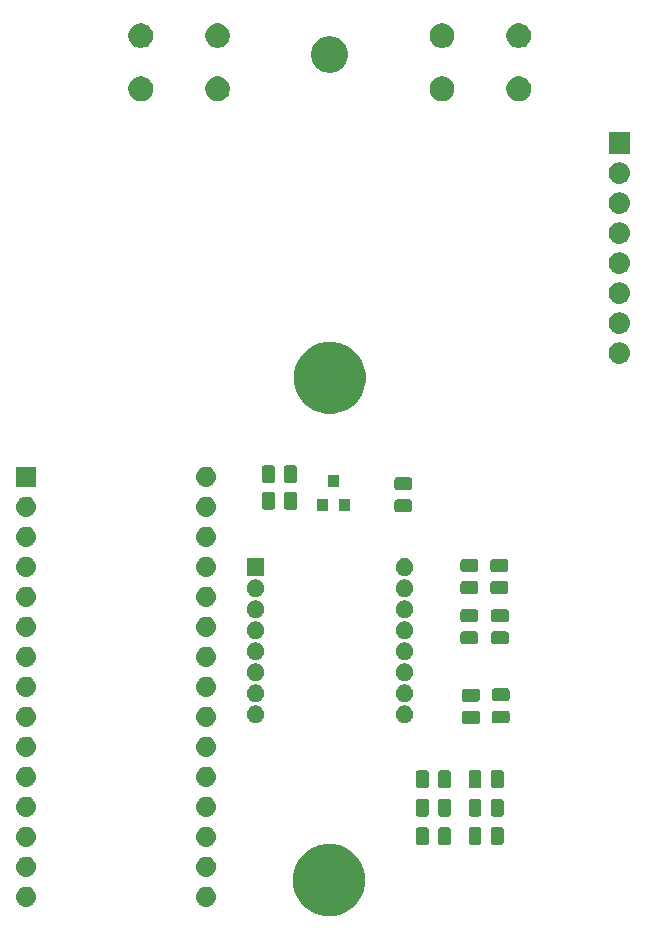
<source format=gbr>
G04 #@! TF.GenerationSoftware,KiCad,Pcbnew,(5.1.0-0)*
G04 #@! TF.CreationDate,2020-10-15T12:17:16+01:00*
G04 #@! TF.ProjectId,OpenLaserMouse,4f70656e-4c61-4736-9572-4d6f7573652e,rev?*
G04 #@! TF.SameCoordinates,Original*
G04 #@! TF.FileFunction,Soldermask,Top*
G04 #@! TF.FilePolarity,Negative*
%FSLAX46Y46*%
G04 Gerber Fmt 4.6, Leading zero omitted, Abs format (unit mm)*
G04 Created by KiCad (PCBNEW (5.1.0-0)) date 2020-10-15 12:17:16*
%MOMM*%
%LPD*%
G04 APERTURE LIST*
%ADD10C,0.100000*%
G04 APERTURE END LIST*
D10*
G36*
X68834943Y-113566248D02*
G01*
X69390189Y-113796238D01*
X69390190Y-113796239D01*
X69889899Y-114130134D01*
X70314866Y-114555101D01*
X70390633Y-114668495D01*
X70648762Y-115054811D01*
X70878752Y-115610057D01*
X70996000Y-116199501D01*
X70996000Y-116800499D01*
X70878752Y-117389943D01*
X70648762Y-117945189D01*
X70648761Y-117945190D01*
X70314866Y-118444899D01*
X69889899Y-118869866D01*
X69638347Y-119037948D01*
X69390189Y-119203762D01*
X68834943Y-119433752D01*
X68245499Y-119551000D01*
X67644501Y-119551000D01*
X67055057Y-119433752D01*
X66499811Y-119203762D01*
X66251653Y-119037948D01*
X66000101Y-118869866D01*
X65575134Y-118444899D01*
X65241239Y-117945190D01*
X65241238Y-117945189D01*
X65011248Y-117389943D01*
X64894000Y-116800499D01*
X64894000Y-116199501D01*
X65011248Y-115610057D01*
X65241238Y-115054811D01*
X65499367Y-114668495D01*
X65575134Y-114555101D01*
X66000101Y-114130134D01*
X66499810Y-113796239D01*
X66499811Y-113796238D01*
X67055057Y-113566248D01*
X67644501Y-113449000D01*
X68245499Y-113449000D01*
X68834943Y-113566248D01*
X68834943Y-113566248D01*
G37*
G36*
X57697823Y-117080813D02*
G01*
X57858242Y-117129476D01*
X57990906Y-117200386D01*
X58006078Y-117208496D01*
X58135659Y-117314841D01*
X58242004Y-117444422D01*
X58242005Y-117444424D01*
X58321024Y-117592258D01*
X58369687Y-117752677D01*
X58386117Y-117919500D01*
X58369687Y-118086323D01*
X58321024Y-118246742D01*
X58250114Y-118379406D01*
X58242004Y-118394578D01*
X58135659Y-118524159D01*
X58006078Y-118630504D01*
X58006076Y-118630505D01*
X57858242Y-118709524D01*
X57697823Y-118758187D01*
X57572804Y-118770500D01*
X57489196Y-118770500D01*
X57364177Y-118758187D01*
X57203758Y-118709524D01*
X57055924Y-118630505D01*
X57055922Y-118630504D01*
X56926341Y-118524159D01*
X56819996Y-118394578D01*
X56811886Y-118379406D01*
X56740976Y-118246742D01*
X56692313Y-118086323D01*
X56675883Y-117919500D01*
X56692313Y-117752677D01*
X56740976Y-117592258D01*
X56819995Y-117444424D01*
X56819996Y-117444422D01*
X56926341Y-117314841D01*
X57055922Y-117208496D01*
X57071094Y-117200386D01*
X57203758Y-117129476D01*
X57364177Y-117080813D01*
X57489196Y-117068500D01*
X57572804Y-117068500D01*
X57697823Y-117080813D01*
X57697823Y-117080813D01*
G37*
G36*
X42457823Y-117080813D02*
G01*
X42618242Y-117129476D01*
X42750906Y-117200386D01*
X42766078Y-117208496D01*
X42895659Y-117314841D01*
X43002004Y-117444422D01*
X43002005Y-117444424D01*
X43081024Y-117592258D01*
X43129687Y-117752677D01*
X43146117Y-117919500D01*
X43129687Y-118086323D01*
X43081024Y-118246742D01*
X43010114Y-118379406D01*
X43002004Y-118394578D01*
X42895659Y-118524159D01*
X42766078Y-118630504D01*
X42766076Y-118630505D01*
X42618242Y-118709524D01*
X42457823Y-118758187D01*
X42332804Y-118770500D01*
X42249196Y-118770500D01*
X42124177Y-118758187D01*
X41963758Y-118709524D01*
X41815924Y-118630505D01*
X41815922Y-118630504D01*
X41686341Y-118524159D01*
X41579996Y-118394578D01*
X41571886Y-118379406D01*
X41500976Y-118246742D01*
X41452313Y-118086323D01*
X41435883Y-117919500D01*
X41452313Y-117752677D01*
X41500976Y-117592258D01*
X41579995Y-117444424D01*
X41579996Y-117444422D01*
X41686341Y-117314841D01*
X41815922Y-117208496D01*
X41831094Y-117200386D01*
X41963758Y-117129476D01*
X42124177Y-117080813D01*
X42249196Y-117068500D01*
X42332804Y-117068500D01*
X42457823Y-117080813D01*
X42457823Y-117080813D01*
G37*
G36*
X57697823Y-114540813D02*
G01*
X57858242Y-114589476D01*
X57990906Y-114660386D01*
X58006078Y-114668496D01*
X58135659Y-114774841D01*
X58242004Y-114904422D01*
X58242005Y-114904424D01*
X58321024Y-115052258D01*
X58321025Y-115052261D01*
X58330083Y-115082120D01*
X58369687Y-115212677D01*
X58386117Y-115379500D01*
X58369687Y-115546323D01*
X58321024Y-115706742D01*
X58250114Y-115839406D01*
X58242004Y-115854578D01*
X58135659Y-115984159D01*
X58006078Y-116090504D01*
X58006076Y-116090505D01*
X57858242Y-116169524D01*
X57697823Y-116218187D01*
X57572804Y-116230500D01*
X57489196Y-116230500D01*
X57364177Y-116218187D01*
X57203758Y-116169524D01*
X57055924Y-116090505D01*
X57055922Y-116090504D01*
X56926341Y-115984159D01*
X56819996Y-115854578D01*
X56811886Y-115839406D01*
X56740976Y-115706742D01*
X56692313Y-115546323D01*
X56675883Y-115379500D01*
X56692313Y-115212677D01*
X56731917Y-115082120D01*
X56740975Y-115052261D01*
X56740976Y-115052258D01*
X56819995Y-114904424D01*
X56819996Y-114904422D01*
X56926341Y-114774841D01*
X57055922Y-114668496D01*
X57071094Y-114660386D01*
X57203758Y-114589476D01*
X57364177Y-114540813D01*
X57489196Y-114528500D01*
X57572804Y-114528500D01*
X57697823Y-114540813D01*
X57697823Y-114540813D01*
G37*
G36*
X42457823Y-114540813D02*
G01*
X42618242Y-114589476D01*
X42750906Y-114660386D01*
X42766078Y-114668496D01*
X42895659Y-114774841D01*
X43002004Y-114904422D01*
X43002005Y-114904424D01*
X43081024Y-115052258D01*
X43081025Y-115052261D01*
X43090083Y-115082120D01*
X43129687Y-115212677D01*
X43146117Y-115379500D01*
X43129687Y-115546323D01*
X43081024Y-115706742D01*
X43010114Y-115839406D01*
X43002004Y-115854578D01*
X42895659Y-115984159D01*
X42766078Y-116090504D01*
X42766076Y-116090505D01*
X42618242Y-116169524D01*
X42457823Y-116218187D01*
X42332804Y-116230500D01*
X42249196Y-116230500D01*
X42124177Y-116218187D01*
X41963758Y-116169524D01*
X41815924Y-116090505D01*
X41815922Y-116090504D01*
X41686341Y-115984159D01*
X41579996Y-115854578D01*
X41571886Y-115839406D01*
X41500976Y-115706742D01*
X41452313Y-115546323D01*
X41435883Y-115379500D01*
X41452313Y-115212677D01*
X41491917Y-115082120D01*
X41500975Y-115052261D01*
X41500976Y-115052258D01*
X41579995Y-114904424D01*
X41579996Y-114904422D01*
X41686341Y-114774841D01*
X41815922Y-114668496D01*
X41831094Y-114660386D01*
X41963758Y-114589476D01*
X42124177Y-114540813D01*
X42249196Y-114528500D01*
X42332804Y-114528500D01*
X42457823Y-114540813D01*
X42457823Y-114540813D01*
G37*
G36*
X42457823Y-112000813D02*
G01*
X42618242Y-112049476D01*
X42719989Y-112103861D01*
X42766078Y-112128496D01*
X42895659Y-112234841D01*
X43002004Y-112364422D01*
X43002005Y-112364424D01*
X43081024Y-112512258D01*
X43129687Y-112672677D01*
X43146117Y-112839500D01*
X43129687Y-113006323D01*
X43081024Y-113166742D01*
X43032379Y-113257750D01*
X43002004Y-113314578D01*
X42895659Y-113444159D01*
X42766078Y-113550504D01*
X42766076Y-113550505D01*
X42618242Y-113629524D01*
X42457823Y-113678187D01*
X42332804Y-113690500D01*
X42249196Y-113690500D01*
X42124177Y-113678187D01*
X41963758Y-113629524D01*
X41815924Y-113550505D01*
X41815922Y-113550504D01*
X41686341Y-113444159D01*
X41579996Y-113314578D01*
X41549621Y-113257750D01*
X41500976Y-113166742D01*
X41452313Y-113006323D01*
X41435883Y-112839500D01*
X41452313Y-112672677D01*
X41500976Y-112512258D01*
X41579995Y-112364424D01*
X41579996Y-112364422D01*
X41686341Y-112234841D01*
X41815922Y-112128496D01*
X41862011Y-112103861D01*
X41963758Y-112049476D01*
X42124177Y-112000813D01*
X42249196Y-111988500D01*
X42332804Y-111988500D01*
X42457823Y-112000813D01*
X42457823Y-112000813D01*
G37*
G36*
X57697823Y-112000813D02*
G01*
X57858242Y-112049476D01*
X57959989Y-112103861D01*
X58006078Y-112128496D01*
X58135659Y-112234841D01*
X58242004Y-112364422D01*
X58242005Y-112364424D01*
X58321024Y-112512258D01*
X58369687Y-112672677D01*
X58386117Y-112839500D01*
X58369687Y-113006323D01*
X58321024Y-113166742D01*
X58272379Y-113257750D01*
X58242004Y-113314578D01*
X58135659Y-113444159D01*
X58006078Y-113550504D01*
X58006076Y-113550505D01*
X57858242Y-113629524D01*
X57697823Y-113678187D01*
X57572804Y-113690500D01*
X57489196Y-113690500D01*
X57364177Y-113678187D01*
X57203758Y-113629524D01*
X57055924Y-113550505D01*
X57055922Y-113550504D01*
X56926341Y-113444159D01*
X56819996Y-113314578D01*
X56789621Y-113257750D01*
X56740976Y-113166742D01*
X56692313Y-113006323D01*
X56675883Y-112839500D01*
X56692313Y-112672677D01*
X56740976Y-112512258D01*
X56819995Y-112364424D01*
X56819996Y-112364422D01*
X56926341Y-112234841D01*
X57055922Y-112128496D01*
X57102011Y-112103861D01*
X57203758Y-112049476D01*
X57364177Y-112000813D01*
X57489196Y-111988500D01*
X57572804Y-111988500D01*
X57697823Y-112000813D01*
X57697823Y-112000813D01*
G37*
G36*
X82551368Y-112029565D02*
G01*
X82590038Y-112041296D01*
X82625677Y-112060346D01*
X82656917Y-112085983D01*
X82682554Y-112117223D01*
X82701604Y-112152862D01*
X82713335Y-112191532D01*
X82717900Y-112237888D01*
X82717900Y-113314112D01*
X82713335Y-113360468D01*
X82701604Y-113399138D01*
X82682554Y-113434777D01*
X82656917Y-113466017D01*
X82625677Y-113491654D01*
X82590038Y-113510704D01*
X82551368Y-113522435D01*
X82505012Y-113527000D01*
X81853788Y-113527000D01*
X81807432Y-113522435D01*
X81768762Y-113510704D01*
X81733123Y-113491654D01*
X81701883Y-113466017D01*
X81676246Y-113434777D01*
X81657196Y-113399138D01*
X81645465Y-113360468D01*
X81640900Y-113314112D01*
X81640900Y-112237888D01*
X81645465Y-112191532D01*
X81657196Y-112152862D01*
X81676246Y-112117223D01*
X81701883Y-112085983D01*
X81733123Y-112060346D01*
X81768762Y-112041296D01*
X81807432Y-112029565D01*
X81853788Y-112025000D01*
X82505012Y-112025000D01*
X82551368Y-112029565D01*
X82551368Y-112029565D01*
G37*
G36*
X80676368Y-112029565D02*
G01*
X80715038Y-112041296D01*
X80750677Y-112060346D01*
X80781917Y-112085983D01*
X80807554Y-112117223D01*
X80826604Y-112152862D01*
X80838335Y-112191532D01*
X80842900Y-112237888D01*
X80842900Y-113314112D01*
X80838335Y-113360468D01*
X80826604Y-113399138D01*
X80807554Y-113434777D01*
X80781917Y-113466017D01*
X80750677Y-113491654D01*
X80715038Y-113510704D01*
X80676368Y-113522435D01*
X80630012Y-113527000D01*
X79978788Y-113527000D01*
X79932432Y-113522435D01*
X79893762Y-113510704D01*
X79858123Y-113491654D01*
X79826883Y-113466017D01*
X79801246Y-113434777D01*
X79782196Y-113399138D01*
X79770465Y-113360468D01*
X79765900Y-113314112D01*
X79765900Y-112237888D01*
X79770465Y-112191532D01*
X79782196Y-112152862D01*
X79801246Y-112117223D01*
X79826883Y-112085983D01*
X79858123Y-112060346D01*
X79893762Y-112041296D01*
X79932432Y-112029565D01*
X79978788Y-112025000D01*
X80630012Y-112025000D01*
X80676368Y-112029565D01*
X80676368Y-112029565D01*
G37*
G36*
X78093668Y-112029565D02*
G01*
X78132338Y-112041296D01*
X78167977Y-112060346D01*
X78199217Y-112085983D01*
X78224854Y-112117223D01*
X78243904Y-112152862D01*
X78255635Y-112191532D01*
X78260200Y-112237888D01*
X78260200Y-113314112D01*
X78255635Y-113360468D01*
X78243904Y-113399138D01*
X78224854Y-113434777D01*
X78199217Y-113466017D01*
X78167977Y-113491654D01*
X78132338Y-113510704D01*
X78093668Y-113522435D01*
X78047312Y-113527000D01*
X77396088Y-113527000D01*
X77349732Y-113522435D01*
X77311062Y-113510704D01*
X77275423Y-113491654D01*
X77244183Y-113466017D01*
X77218546Y-113434777D01*
X77199496Y-113399138D01*
X77187765Y-113360468D01*
X77183200Y-113314112D01*
X77183200Y-112237888D01*
X77187765Y-112191532D01*
X77199496Y-112152862D01*
X77218546Y-112117223D01*
X77244183Y-112085983D01*
X77275423Y-112060346D01*
X77311062Y-112041296D01*
X77349732Y-112029565D01*
X77396088Y-112025000D01*
X78047312Y-112025000D01*
X78093668Y-112029565D01*
X78093668Y-112029565D01*
G37*
G36*
X76218668Y-112029565D02*
G01*
X76257338Y-112041296D01*
X76292977Y-112060346D01*
X76324217Y-112085983D01*
X76349854Y-112117223D01*
X76368904Y-112152862D01*
X76380635Y-112191532D01*
X76385200Y-112237888D01*
X76385200Y-113314112D01*
X76380635Y-113360468D01*
X76368904Y-113399138D01*
X76349854Y-113434777D01*
X76324217Y-113466017D01*
X76292977Y-113491654D01*
X76257338Y-113510704D01*
X76218668Y-113522435D01*
X76172312Y-113527000D01*
X75521088Y-113527000D01*
X75474732Y-113522435D01*
X75436062Y-113510704D01*
X75400423Y-113491654D01*
X75369183Y-113466017D01*
X75343546Y-113434777D01*
X75324496Y-113399138D01*
X75312765Y-113360468D01*
X75308200Y-113314112D01*
X75308200Y-112237888D01*
X75312765Y-112191532D01*
X75324496Y-112152862D01*
X75343546Y-112117223D01*
X75369183Y-112085983D01*
X75400423Y-112060346D01*
X75436062Y-112041296D01*
X75474732Y-112029565D01*
X75521088Y-112025000D01*
X76172312Y-112025000D01*
X76218668Y-112029565D01*
X76218668Y-112029565D01*
G37*
G36*
X57697823Y-109460813D02*
G01*
X57858242Y-109509476D01*
X57990906Y-109580386D01*
X58006078Y-109588496D01*
X58135659Y-109694841D01*
X58242004Y-109824422D01*
X58242005Y-109824424D01*
X58321024Y-109972258D01*
X58369687Y-110132677D01*
X58386117Y-110299500D01*
X58369687Y-110466323D01*
X58321024Y-110626742D01*
X58250114Y-110759406D01*
X58242004Y-110774578D01*
X58135659Y-110904159D01*
X58006078Y-111010504D01*
X58006076Y-111010505D01*
X57858242Y-111089524D01*
X57697823Y-111138187D01*
X57572804Y-111150500D01*
X57489196Y-111150500D01*
X57364177Y-111138187D01*
X57203758Y-111089524D01*
X57055924Y-111010505D01*
X57055922Y-111010504D01*
X56926341Y-110904159D01*
X56819996Y-110774578D01*
X56811886Y-110759406D01*
X56740976Y-110626742D01*
X56692313Y-110466323D01*
X56675883Y-110299500D01*
X56692313Y-110132677D01*
X56740976Y-109972258D01*
X56819995Y-109824424D01*
X56819996Y-109824422D01*
X56926341Y-109694841D01*
X57055922Y-109588496D01*
X57071094Y-109580386D01*
X57203758Y-109509476D01*
X57364177Y-109460813D01*
X57489196Y-109448500D01*
X57572804Y-109448500D01*
X57697823Y-109460813D01*
X57697823Y-109460813D01*
G37*
G36*
X42457823Y-109460813D02*
G01*
X42618242Y-109509476D01*
X42750906Y-109580386D01*
X42766078Y-109588496D01*
X42895659Y-109694841D01*
X43002004Y-109824422D01*
X43002005Y-109824424D01*
X43081024Y-109972258D01*
X43129687Y-110132677D01*
X43146117Y-110299500D01*
X43129687Y-110466323D01*
X43081024Y-110626742D01*
X43010114Y-110759406D01*
X43002004Y-110774578D01*
X42895659Y-110904159D01*
X42766078Y-111010504D01*
X42766076Y-111010505D01*
X42618242Y-111089524D01*
X42457823Y-111138187D01*
X42332804Y-111150500D01*
X42249196Y-111150500D01*
X42124177Y-111138187D01*
X41963758Y-111089524D01*
X41815924Y-111010505D01*
X41815922Y-111010504D01*
X41686341Y-110904159D01*
X41579996Y-110774578D01*
X41571886Y-110759406D01*
X41500976Y-110626742D01*
X41452313Y-110466323D01*
X41435883Y-110299500D01*
X41452313Y-110132677D01*
X41500976Y-109972258D01*
X41579995Y-109824424D01*
X41579996Y-109824422D01*
X41686341Y-109694841D01*
X41815922Y-109588496D01*
X41831094Y-109580386D01*
X41963758Y-109509476D01*
X42124177Y-109460813D01*
X42249196Y-109448500D01*
X42332804Y-109448500D01*
X42457823Y-109460813D01*
X42457823Y-109460813D01*
G37*
G36*
X82551368Y-109628765D02*
G01*
X82590038Y-109640496D01*
X82625677Y-109659546D01*
X82656917Y-109685183D01*
X82682554Y-109716423D01*
X82701604Y-109752062D01*
X82713335Y-109790732D01*
X82717900Y-109837088D01*
X82717900Y-110913312D01*
X82713335Y-110959668D01*
X82701604Y-110998338D01*
X82682554Y-111033977D01*
X82656917Y-111065217D01*
X82625677Y-111090854D01*
X82590038Y-111109904D01*
X82551368Y-111121635D01*
X82505012Y-111126200D01*
X81853788Y-111126200D01*
X81807432Y-111121635D01*
X81768762Y-111109904D01*
X81733123Y-111090854D01*
X81701883Y-111065217D01*
X81676246Y-111033977D01*
X81657196Y-110998338D01*
X81645465Y-110959668D01*
X81640900Y-110913312D01*
X81640900Y-109837088D01*
X81645465Y-109790732D01*
X81657196Y-109752062D01*
X81676246Y-109716423D01*
X81701883Y-109685183D01*
X81733123Y-109659546D01*
X81768762Y-109640496D01*
X81807432Y-109628765D01*
X81853788Y-109624200D01*
X82505012Y-109624200D01*
X82551368Y-109628765D01*
X82551368Y-109628765D01*
G37*
G36*
X80676368Y-109628765D02*
G01*
X80715038Y-109640496D01*
X80750677Y-109659546D01*
X80781917Y-109685183D01*
X80807554Y-109716423D01*
X80826604Y-109752062D01*
X80838335Y-109790732D01*
X80842900Y-109837088D01*
X80842900Y-110913312D01*
X80838335Y-110959668D01*
X80826604Y-110998338D01*
X80807554Y-111033977D01*
X80781917Y-111065217D01*
X80750677Y-111090854D01*
X80715038Y-111109904D01*
X80676368Y-111121635D01*
X80630012Y-111126200D01*
X79978788Y-111126200D01*
X79932432Y-111121635D01*
X79893762Y-111109904D01*
X79858123Y-111090854D01*
X79826883Y-111065217D01*
X79801246Y-111033977D01*
X79782196Y-110998338D01*
X79770465Y-110959668D01*
X79765900Y-110913312D01*
X79765900Y-109837088D01*
X79770465Y-109790732D01*
X79782196Y-109752062D01*
X79801246Y-109716423D01*
X79826883Y-109685183D01*
X79858123Y-109659546D01*
X79893762Y-109640496D01*
X79932432Y-109628765D01*
X79978788Y-109624200D01*
X80630012Y-109624200D01*
X80676368Y-109628765D01*
X80676368Y-109628765D01*
G37*
G36*
X78093668Y-109628765D02*
G01*
X78132338Y-109640496D01*
X78167977Y-109659546D01*
X78199217Y-109685183D01*
X78224854Y-109716423D01*
X78243904Y-109752062D01*
X78255635Y-109790732D01*
X78260200Y-109837088D01*
X78260200Y-110913312D01*
X78255635Y-110959668D01*
X78243904Y-110998338D01*
X78224854Y-111033977D01*
X78199217Y-111065217D01*
X78167977Y-111090854D01*
X78132338Y-111109904D01*
X78093668Y-111121635D01*
X78047312Y-111126200D01*
X77396088Y-111126200D01*
X77349732Y-111121635D01*
X77311062Y-111109904D01*
X77275423Y-111090854D01*
X77244183Y-111065217D01*
X77218546Y-111033977D01*
X77199496Y-110998338D01*
X77187765Y-110959668D01*
X77183200Y-110913312D01*
X77183200Y-109837088D01*
X77187765Y-109790732D01*
X77199496Y-109752062D01*
X77218546Y-109716423D01*
X77244183Y-109685183D01*
X77275423Y-109659546D01*
X77311062Y-109640496D01*
X77349732Y-109628765D01*
X77396088Y-109624200D01*
X78047312Y-109624200D01*
X78093668Y-109628765D01*
X78093668Y-109628765D01*
G37*
G36*
X76218668Y-109628765D02*
G01*
X76257338Y-109640496D01*
X76292977Y-109659546D01*
X76324217Y-109685183D01*
X76349854Y-109716423D01*
X76368904Y-109752062D01*
X76380635Y-109790732D01*
X76385200Y-109837088D01*
X76385200Y-110913312D01*
X76380635Y-110959668D01*
X76368904Y-110998338D01*
X76349854Y-111033977D01*
X76324217Y-111065217D01*
X76292977Y-111090854D01*
X76257338Y-111109904D01*
X76218668Y-111121635D01*
X76172312Y-111126200D01*
X75521088Y-111126200D01*
X75474732Y-111121635D01*
X75436062Y-111109904D01*
X75400423Y-111090854D01*
X75369183Y-111065217D01*
X75343546Y-111033977D01*
X75324496Y-110998338D01*
X75312765Y-110959668D01*
X75308200Y-110913312D01*
X75308200Y-109837088D01*
X75312765Y-109790732D01*
X75324496Y-109752062D01*
X75343546Y-109716423D01*
X75369183Y-109685183D01*
X75400423Y-109659546D01*
X75436062Y-109640496D01*
X75474732Y-109628765D01*
X75521088Y-109624200D01*
X76172312Y-109624200D01*
X76218668Y-109628765D01*
X76218668Y-109628765D01*
G37*
G36*
X82551368Y-107215765D02*
G01*
X82590038Y-107227496D01*
X82625677Y-107246546D01*
X82656917Y-107272183D01*
X82682554Y-107303423D01*
X82701604Y-107339062D01*
X82713335Y-107377732D01*
X82717900Y-107424088D01*
X82717900Y-108500312D01*
X82713335Y-108546668D01*
X82701604Y-108585338D01*
X82682554Y-108620977D01*
X82656917Y-108652217D01*
X82625677Y-108677854D01*
X82590038Y-108696904D01*
X82551368Y-108708635D01*
X82505012Y-108713200D01*
X81853788Y-108713200D01*
X81807432Y-108708635D01*
X81768762Y-108696904D01*
X81733123Y-108677854D01*
X81701883Y-108652217D01*
X81676246Y-108620977D01*
X81657196Y-108585338D01*
X81645465Y-108546668D01*
X81640900Y-108500312D01*
X81640900Y-107424088D01*
X81645465Y-107377732D01*
X81657196Y-107339062D01*
X81676246Y-107303423D01*
X81701883Y-107272183D01*
X81733123Y-107246546D01*
X81768762Y-107227496D01*
X81807432Y-107215765D01*
X81853788Y-107211200D01*
X82505012Y-107211200D01*
X82551368Y-107215765D01*
X82551368Y-107215765D01*
G37*
G36*
X80676368Y-107215765D02*
G01*
X80715038Y-107227496D01*
X80750677Y-107246546D01*
X80781917Y-107272183D01*
X80807554Y-107303423D01*
X80826604Y-107339062D01*
X80838335Y-107377732D01*
X80842900Y-107424088D01*
X80842900Y-108500312D01*
X80838335Y-108546668D01*
X80826604Y-108585338D01*
X80807554Y-108620977D01*
X80781917Y-108652217D01*
X80750677Y-108677854D01*
X80715038Y-108696904D01*
X80676368Y-108708635D01*
X80630012Y-108713200D01*
X79978788Y-108713200D01*
X79932432Y-108708635D01*
X79893762Y-108696904D01*
X79858123Y-108677854D01*
X79826883Y-108652217D01*
X79801246Y-108620977D01*
X79782196Y-108585338D01*
X79770465Y-108546668D01*
X79765900Y-108500312D01*
X79765900Y-107424088D01*
X79770465Y-107377732D01*
X79782196Y-107339062D01*
X79801246Y-107303423D01*
X79826883Y-107272183D01*
X79858123Y-107246546D01*
X79893762Y-107227496D01*
X79932432Y-107215765D01*
X79978788Y-107211200D01*
X80630012Y-107211200D01*
X80676368Y-107215765D01*
X80676368Y-107215765D01*
G37*
G36*
X78093668Y-107215765D02*
G01*
X78132338Y-107227496D01*
X78167977Y-107246546D01*
X78199217Y-107272183D01*
X78224854Y-107303423D01*
X78243904Y-107339062D01*
X78255635Y-107377732D01*
X78260200Y-107424088D01*
X78260200Y-108500312D01*
X78255635Y-108546668D01*
X78243904Y-108585338D01*
X78224854Y-108620977D01*
X78199217Y-108652217D01*
X78167977Y-108677854D01*
X78132338Y-108696904D01*
X78093668Y-108708635D01*
X78047312Y-108713200D01*
X77396088Y-108713200D01*
X77349732Y-108708635D01*
X77311062Y-108696904D01*
X77275423Y-108677854D01*
X77244183Y-108652217D01*
X77218546Y-108620977D01*
X77199496Y-108585338D01*
X77187765Y-108546668D01*
X77183200Y-108500312D01*
X77183200Y-107424088D01*
X77187765Y-107377732D01*
X77199496Y-107339062D01*
X77218546Y-107303423D01*
X77244183Y-107272183D01*
X77275423Y-107246546D01*
X77311062Y-107227496D01*
X77349732Y-107215765D01*
X77396088Y-107211200D01*
X78047312Y-107211200D01*
X78093668Y-107215765D01*
X78093668Y-107215765D01*
G37*
G36*
X76218668Y-107215765D02*
G01*
X76257338Y-107227496D01*
X76292977Y-107246546D01*
X76324217Y-107272183D01*
X76349854Y-107303423D01*
X76368904Y-107339062D01*
X76380635Y-107377732D01*
X76385200Y-107424088D01*
X76385200Y-108500312D01*
X76380635Y-108546668D01*
X76368904Y-108585338D01*
X76349854Y-108620977D01*
X76324217Y-108652217D01*
X76292977Y-108677854D01*
X76257338Y-108696904D01*
X76218668Y-108708635D01*
X76172312Y-108713200D01*
X75521088Y-108713200D01*
X75474732Y-108708635D01*
X75436062Y-108696904D01*
X75400423Y-108677854D01*
X75369183Y-108652217D01*
X75343546Y-108620977D01*
X75324496Y-108585338D01*
X75312765Y-108546668D01*
X75308200Y-108500312D01*
X75308200Y-107424088D01*
X75312765Y-107377732D01*
X75324496Y-107339062D01*
X75343546Y-107303423D01*
X75369183Y-107272183D01*
X75400423Y-107246546D01*
X75436062Y-107227496D01*
X75474732Y-107215765D01*
X75521088Y-107211200D01*
X76172312Y-107211200D01*
X76218668Y-107215765D01*
X76218668Y-107215765D01*
G37*
G36*
X42457823Y-106920813D02*
G01*
X42618242Y-106969476D01*
X42750906Y-107040386D01*
X42766078Y-107048496D01*
X42895659Y-107154841D01*
X43002004Y-107284422D01*
X43002005Y-107284424D01*
X43081024Y-107432258D01*
X43129687Y-107592677D01*
X43146117Y-107759500D01*
X43129687Y-107926323D01*
X43081024Y-108086742D01*
X43010114Y-108219406D01*
X43002004Y-108234578D01*
X42895659Y-108364159D01*
X42766078Y-108470504D01*
X42766076Y-108470505D01*
X42618242Y-108549524D01*
X42457823Y-108598187D01*
X42332804Y-108610500D01*
X42249196Y-108610500D01*
X42124177Y-108598187D01*
X41963758Y-108549524D01*
X41815924Y-108470505D01*
X41815922Y-108470504D01*
X41686341Y-108364159D01*
X41579996Y-108234578D01*
X41571886Y-108219406D01*
X41500976Y-108086742D01*
X41452313Y-107926323D01*
X41435883Y-107759500D01*
X41452313Y-107592677D01*
X41500976Y-107432258D01*
X41579995Y-107284424D01*
X41579996Y-107284422D01*
X41686341Y-107154841D01*
X41815922Y-107048496D01*
X41831094Y-107040386D01*
X41963758Y-106969476D01*
X42124177Y-106920813D01*
X42249196Y-106908500D01*
X42332804Y-106908500D01*
X42457823Y-106920813D01*
X42457823Y-106920813D01*
G37*
G36*
X57697823Y-106920813D02*
G01*
X57858242Y-106969476D01*
X57990906Y-107040386D01*
X58006078Y-107048496D01*
X58135659Y-107154841D01*
X58242004Y-107284422D01*
X58242005Y-107284424D01*
X58321024Y-107432258D01*
X58369687Y-107592677D01*
X58386117Y-107759500D01*
X58369687Y-107926323D01*
X58321024Y-108086742D01*
X58250114Y-108219406D01*
X58242004Y-108234578D01*
X58135659Y-108364159D01*
X58006078Y-108470504D01*
X58006076Y-108470505D01*
X57858242Y-108549524D01*
X57697823Y-108598187D01*
X57572804Y-108610500D01*
X57489196Y-108610500D01*
X57364177Y-108598187D01*
X57203758Y-108549524D01*
X57055924Y-108470505D01*
X57055922Y-108470504D01*
X56926341Y-108364159D01*
X56819996Y-108234578D01*
X56811886Y-108219406D01*
X56740976Y-108086742D01*
X56692313Y-107926323D01*
X56675883Y-107759500D01*
X56692313Y-107592677D01*
X56740976Y-107432258D01*
X56819995Y-107284424D01*
X56819996Y-107284422D01*
X56926341Y-107154841D01*
X57055922Y-107048496D01*
X57071094Y-107040386D01*
X57203758Y-106969476D01*
X57364177Y-106920813D01*
X57489196Y-106908500D01*
X57572804Y-106908500D01*
X57697823Y-106920813D01*
X57697823Y-106920813D01*
G37*
G36*
X57697823Y-104380813D02*
G01*
X57858242Y-104429476D01*
X57990906Y-104500386D01*
X58006078Y-104508496D01*
X58135659Y-104614841D01*
X58242004Y-104744422D01*
X58242005Y-104744424D01*
X58321024Y-104892258D01*
X58369687Y-105052677D01*
X58386117Y-105219500D01*
X58369687Y-105386323D01*
X58321024Y-105546742D01*
X58250114Y-105679406D01*
X58242004Y-105694578D01*
X58135659Y-105824159D01*
X58006078Y-105930504D01*
X58006076Y-105930505D01*
X57858242Y-106009524D01*
X57697823Y-106058187D01*
X57572804Y-106070500D01*
X57489196Y-106070500D01*
X57364177Y-106058187D01*
X57203758Y-106009524D01*
X57055924Y-105930505D01*
X57055922Y-105930504D01*
X56926341Y-105824159D01*
X56819996Y-105694578D01*
X56811886Y-105679406D01*
X56740976Y-105546742D01*
X56692313Y-105386323D01*
X56675883Y-105219500D01*
X56692313Y-105052677D01*
X56740976Y-104892258D01*
X56819995Y-104744424D01*
X56819996Y-104744422D01*
X56926341Y-104614841D01*
X57055922Y-104508496D01*
X57071094Y-104500386D01*
X57203758Y-104429476D01*
X57364177Y-104380813D01*
X57489196Y-104368500D01*
X57572804Y-104368500D01*
X57697823Y-104380813D01*
X57697823Y-104380813D01*
G37*
G36*
X42457823Y-104380813D02*
G01*
X42618242Y-104429476D01*
X42750906Y-104500386D01*
X42766078Y-104508496D01*
X42895659Y-104614841D01*
X43002004Y-104744422D01*
X43002005Y-104744424D01*
X43081024Y-104892258D01*
X43129687Y-105052677D01*
X43146117Y-105219500D01*
X43129687Y-105386323D01*
X43081024Y-105546742D01*
X43010114Y-105679406D01*
X43002004Y-105694578D01*
X42895659Y-105824159D01*
X42766078Y-105930504D01*
X42766076Y-105930505D01*
X42618242Y-106009524D01*
X42457823Y-106058187D01*
X42332804Y-106070500D01*
X42249196Y-106070500D01*
X42124177Y-106058187D01*
X41963758Y-106009524D01*
X41815924Y-105930505D01*
X41815922Y-105930504D01*
X41686341Y-105824159D01*
X41579996Y-105694578D01*
X41571886Y-105679406D01*
X41500976Y-105546742D01*
X41452313Y-105386323D01*
X41435883Y-105219500D01*
X41452313Y-105052677D01*
X41500976Y-104892258D01*
X41579995Y-104744424D01*
X41579996Y-104744422D01*
X41686341Y-104614841D01*
X41815922Y-104508496D01*
X41831094Y-104500386D01*
X41963758Y-104429476D01*
X42124177Y-104380813D01*
X42249196Y-104368500D01*
X42332804Y-104368500D01*
X42457823Y-104380813D01*
X42457823Y-104380813D01*
G37*
G36*
X57697823Y-101840813D02*
G01*
X57858242Y-101889476D01*
X57990906Y-101960386D01*
X58006078Y-101968496D01*
X58135659Y-102074841D01*
X58242004Y-102204422D01*
X58242005Y-102204424D01*
X58321024Y-102352258D01*
X58369687Y-102512677D01*
X58386117Y-102679500D01*
X58369687Y-102846323D01*
X58321024Y-103006742D01*
X58291387Y-103062188D01*
X58242004Y-103154578D01*
X58135659Y-103284159D01*
X58006078Y-103390504D01*
X58006076Y-103390505D01*
X57858242Y-103469524D01*
X57697823Y-103518187D01*
X57572804Y-103530500D01*
X57489196Y-103530500D01*
X57364177Y-103518187D01*
X57203758Y-103469524D01*
X57055924Y-103390505D01*
X57055922Y-103390504D01*
X56926341Y-103284159D01*
X56819996Y-103154578D01*
X56770613Y-103062188D01*
X56740976Y-103006742D01*
X56692313Y-102846323D01*
X56675883Y-102679500D01*
X56692313Y-102512677D01*
X56740976Y-102352258D01*
X56819995Y-102204424D01*
X56819996Y-102204422D01*
X56926341Y-102074841D01*
X57055922Y-101968496D01*
X57071094Y-101960386D01*
X57203758Y-101889476D01*
X57364177Y-101840813D01*
X57489196Y-101828500D01*
X57572804Y-101828500D01*
X57697823Y-101840813D01*
X57697823Y-101840813D01*
G37*
G36*
X42457823Y-101840813D02*
G01*
X42618242Y-101889476D01*
X42750906Y-101960386D01*
X42766078Y-101968496D01*
X42895659Y-102074841D01*
X43002004Y-102204422D01*
X43002005Y-102204424D01*
X43081024Y-102352258D01*
X43129687Y-102512677D01*
X43146117Y-102679500D01*
X43129687Y-102846323D01*
X43081024Y-103006742D01*
X43051387Y-103062188D01*
X43002004Y-103154578D01*
X42895659Y-103284159D01*
X42766078Y-103390504D01*
X42766076Y-103390505D01*
X42618242Y-103469524D01*
X42457823Y-103518187D01*
X42332804Y-103530500D01*
X42249196Y-103530500D01*
X42124177Y-103518187D01*
X41963758Y-103469524D01*
X41815924Y-103390505D01*
X41815922Y-103390504D01*
X41686341Y-103284159D01*
X41579996Y-103154578D01*
X41530613Y-103062188D01*
X41500976Y-103006742D01*
X41452313Y-102846323D01*
X41435883Y-102679500D01*
X41452313Y-102512677D01*
X41500976Y-102352258D01*
X41579995Y-102204424D01*
X41579996Y-102204422D01*
X41686341Y-102074841D01*
X41815922Y-101968496D01*
X41831094Y-101960386D01*
X41963758Y-101889476D01*
X42124177Y-101840813D01*
X42249196Y-101828500D01*
X42332804Y-101828500D01*
X42457823Y-101840813D01*
X42457823Y-101840813D01*
G37*
G36*
X80530968Y-102193565D02*
G01*
X80569638Y-102205296D01*
X80605277Y-102224346D01*
X80636517Y-102249983D01*
X80662154Y-102281223D01*
X80681204Y-102316862D01*
X80692935Y-102355532D01*
X80697500Y-102401888D01*
X80697500Y-103053112D01*
X80692935Y-103099468D01*
X80681204Y-103138138D01*
X80662154Y-103173777D01*
X80636517Y-103205017D01*
X80605277Y-103230654D01*
X80569638Y-103249704D01*
X80530968Y-103261435D01*
X80484612Y-103266000D01*
X79408388Y-103266000D01*
X79362032Y-103261435D01*
X79323362Y-103249704D01*
X79287723Y-103230654D01*
X79256483Y-103205017D01*
X79230846Y-103173777D01*
X79211796Y-103138138D01*
X79200065Y-103099468D01*
X79195500Y-103053112D01*
X79195500Y-102401888D01*
X79200065Y-102355532D01*
X79211796Y-102316862D01*
X79230846Y-102281223D01*
X79256483Y-102249983D01*
X79287723Y-102224346D01*
X79323362Y-102205296D01*
X79362032Y-102193565D01*
X79408388Y-102189000D01*
X80484612Y-102189000D01*
X80530968Y-102193565D01*
X80530968Y-102193565D01*
G37*
G36*
X83058268Y-102155965D02*
G01*
X83096938Y-102167696D01*
X83132577Y-102186746D01*
X83163817Y-102212383D01*
X83189454Y-102243623D01*
X83208504Y-102279262D01*
X83220235Y-102317932D01*
X83224800Y-102364288D01*
X83224800Y-103015512D01*
X83220235Y-103061868D01*
X83208504Y-103100538D01*
X83189454Y-103136177D01*
X83163817Y-103167417D01*
X83132577Y-103193054D01*
X83096938Y-103212104D01*
X83058268Y-103223835D01*
X83011912Y-103228400D01*
X81935688Y-103228400D01*
X81889332Y-103223835D01*
X81850662Y-103212104D01*
X81815023Y-103193054D01*
X81783783Y-103167417D01*
X81758146Y-103136177D01*
X81739096Y-103100538D01*
X81727365Y-103061868D01*
X81722800Y-103015512D01*
X81722800Y-102364288D01*
X81727365Y-102317932D01*
X81739096Y-102279262D01*
X81758146Y-102243623D01*
X81783783Y-102212383D01*
X81815023Y-102186746D01*
X81850662Y-102167696D01*
X81889332Y-102155965D01*
X81935688Y-102151400D01*
X83011912Y-102151400D01*
X83058268Y-102155965D01*
X83058268Y-102155965D01*
G37*
G36*
X61941059Y-101737860D02*
G01*
X62077732Y-101794472D01*
X62200735Y-101876660D01*
X62305340Y-101981265D01*
X62387528Y-102104268D01*
X62387529Y-102104270D01*
X62444140Y-102240941D01*
X62469438Y-102368122D01*
X62473000Y-102386033D01*
X62473000Y-102533967D01*
X62444140Y-102679059D01*
X62387528Y-102815732D01*
X62305340Y-102938735D01*
X62200735Y-103043340D01*
X62077732Y-103125528D01*
X62077731Y-103125529D01*
X62077730Y-103125529D01*
X61941059Y-103182140D01*
X61795968Y-103211000D01*
X61648032Y-103211000D01*
X61502941Y-103182140D01*
X61366270Y-103125529D01*
X61366269Y-103125529D01*
X61366268Y-103125528D01*
X61243265Y-103043340D01*
X61138660Y-102938735D01*
X61056472Y-102815732D01*
X60999860Y-102679059D01*
X60971000Y-102533967D01*
X60971000Y-102386033D01*
X60974563Y-102368122D01*
X60999860Y-102240941D01*
X61056471Y-102104270D01*
X61056472Y-102104268D01*
X61138660Y-101981265D01*
X61243265Y-101876660D01*
X61366268Y-101794472D01*
X61502941Y-101737860D01*
X61648032Y-101709000D01*
X61795968Y-101709000D01*
X61941059Y-101737860D01*
X61941059Y-101737860D01*
G37*
G36*
X74541059Y-101737860D02*
G01*
X74677732Y-101794472D01*
X74800735Y-101876660D01*
X74905340Y-101981265D01*
X74987528Y-102104268D01*
X74987529Y-102104270D01*
X75044140Y-102240941D01*
X75069438Y-102368122D01*
X75073000Y-102386033D01*
X75073000Y-102533967D01*
X75044140Y-102679059D01*
X74987528Y-102815732D01*
X74905340Y-102938735D01*
X74800735Y-103043340D01*
X74677732Y-103125528D01*
X74677731Y-103125529D01*
X74677730Y-103125529D01*
X74541059Y-103182140D01*
X74395968Y-103211000D01*
X74248032Y-103211000D01*
X74102941Y-103182140D01*
X73966270Y-103125529D01*
X73966269Y-103125529D01*
X73966268Y-103125528D01*
X73843265Y-103043340D01*
X73738660Y-102938735D01*
X73656472Y-102815732D01*
X73599860Y-102679059D01*
X73571000Y-102533967D01*
X73571000Y-102386033D01*
X73574563Y-102368122D01*
X73599860Y-102240941D01*
X73656471Y-102104270D01*
X73656472Y-102104268D01*
X73738660Y-101981265D01*
X73843265Y-101876660D01*
X73966268Y-101794472D01*
X74102941Y-101737860D01*
X74248032Y-101709000D01*
X74395968Y-101709000D01*
X74541059Y-101737860D01*
X74541059Y-101737860D01*
G37*
G36*
X74541059Y-99957860D02*
G01*
X74576826Y-99972675D01*
X74677732Y-100014472D01*
X74800735Y-100096660D01*
X74905340Y-100201265D01*
X74987528Y-100324268D01*
X74987529Y-100324270D01*
X75044140Y-100460941D01*
X75073000Y-100606032D01*
X75073000Y-100753968D01*
X75044140Y-100899059D01*
X75011365Y-100978186D01*
X74987528Y-101035732D01*
X74905340Y-101158735D01*
X74800735Y-101263340D01*
X74677732Y-101345528D01*
X74677731Y-101345529D01*
X74677730Y-101345529D01*
X74541059Y-101402140D01*
X74395968Y-101431000D01*
X74248032Y-101431000D01*
X74102941Y-101402140D01*
X73966270Y-101345529D01*
X73966269Y-101345529D01*
X73966268Y-101345528D01*
X73843265Y-101263340D01*
X73738660Y-101158735D01*
X73656472Y-101035732D01*
X73632636Y-100978186D01*
X73599860Y-100899059D01*
X73571000Y-100753968D01*
X73571000Y-100606032D01*
X73599860Y-100460941D01*
X73656471Y-100324270D01*
X73656472Y-100324268D01*
X73738660Y-100201265D01*
X73843265Y-100096660D01*
X73966268Y-100014472D01*
X74067175Y-99972675D01*
X74102941Y-99957860D01*
X74248032Y-99929000D01*
X74395968Y-99929000D01*
X74541059Y-99957860D01*
X74541059Y-99957860D01*
G37*
G36*
X61941059Y-99957860D02*
G01*
X61976826Y-99972675D01*
X62077732Y-100014472D01*
X62200735Y-100096660D01*
X62305340Y-100201265D01*
X62387528Y-100324268D01*
X62387529Y-100324270D01*
X62444140Y-100460941D01*
X62473000Y-100606032D01*
X62473000Y-100753968D01*
X62444140Y-100899059D01*
X62411365Y-100978186D01*
X62387528Y-101035732D01*
X62305340Y-101158735D01*
X62200735Y-101263340D01*
X62077732Y-101345528D01*
X62077731Y-101345529D01*
X62077730Y-101345529D01*
X61941059Y-101402140D01*
X61795968Y-101431000D01*
X61648032Y-101431000D01*
X61502941Y-101402140D01*
X61366270Y-101345529D01*
X61366269Y-101345529D01*
X61366268Y-101345528D01*
X61243265Y-101263340D01*
X61138660Y-101158735D01*
X61056472Y-101035732D01*
X61032636Y-100978186D01*
X60999860Y-100899059D01*
X60971000Y-100753968D01*
X60971000Y-100606032D01*
X60999860Y-100460941D01*
X61056471Y-100324270D01*
X61056472Y-100324268D01*
X61138660Y-100201265D01*
X61243265Y-100096660D01*
X61366268Y-100014472D01*
X61467175Y-99972675D01*
X61502941Y-99957860D01*
X61648032Y-99929000D01*
X61795968Y-99929000D01*
X61941059Y-99957860D01*
X61941059Y-99957860D01*
G37*
G36*
X80530968Y-100318565D02*
G01*
X80569638Y-100330296D01*
X80605277Y-100349346D01*
X80636517Y-100374983D01*
X80662154Y-100406223D01*
X80681204Y-100441862D01*
X80692935Y-100480532D01*
X80697500Y-100526888D01*
X80697500Y-101178112D01*
X80692935Y-101224468D01*
X80681204Y-101263138D01*
X80662154Y-101298777D01*
X80636517Y-101330017D01*
X80605277Y-101355654D01*
X80569638Y-101374704D01*
X80530968Y-101386435D01*
X80484612Y-101391000D01*
X79408388Y-101391000D01*
X79362032Y-101386435D01*
X79323362Y-101374704D01*
X79287723Y-101355654D01*
X79256483Y-101330017D01*
X79230846Y-101298777D01*
X79211796Y-101263138D01*
X79200065Y-101224468D01*
X79195500Y-101178112D01*
X79195500Y-100526888D01*
X79200065Y-100480532D01*
X79211796Y-100441862D01*
X79230846Y-100406223D01*
X79256483Y-100374983D01*
X79287723Y-100349346D01*
X79323362Y-100330296D01*
X79362032Y-100318565D01*
X79408388Y-100314000D01*
X80484612Y-100314000D01*
X80530968Y-100318565D01*
X80530968Y-100318565D01*
G37*
G36*
X83058268Y-100280965D02*
G01*
X83096938Y-100292696D01*
X83132577Y-100311746D01*
X83163817Y-100337383D01*
X83189454Y-100368623D01*
X83208504Y-100404262D01*
X83220235Y-100442932D01*
X83224800Y-100489288D01*
X83224800Y-101140512D01*
X83220235Y-101186868D01*
X83208504Y-101225538D01*
X83189454Y-101261177D01*
X83163817Y-101292417D01*
X83132577Y-101318054D01*
X83096938Y-101337104D01*
X83058268Y-101348835D01*
X83011912Y-101353400D01*
X81935688Y-101353400D01*
X81889332Y-101348835D01*
X81850662Y-101337104D01*
X81815023Y-101318054D01*
X81783783Y-101292417D01*
X81758146Y-101261177D01*
X81739096Y-101225538D01*
X81727365Y-101186868D01*
X81722800Y-101140512D01*
X81722800Y-100489288D01*
X81727365Y-100442932D01*
X81739096Y-100404262D01*
X81758146Y-100368623D01*
X81783783Y-100337383D01*
X81815023Y-100311746D01*
X81850662Y-100292696D01*
X81889332Y-100280965D01*
X81935688Y-100276400D01*
X83011912Y-100276400D01*
X83058268Y-100280965D01*
X83058268Y-100280965D01*
G37*
G36*
X57697823Y-99300813D02*
G01*
X57858242Y-99349476D01*
X57990906Y-99420386D01*
X58006078Y-99428496D01*
X58135659Y-99534841D01*
X58242004Y-99664422D01*
X58242005Y-99664424D01*
X58321024Y-99812258D01*
X58369687Y-99972677D01*
X58386117Y-100139500D01*
X58369687Y-100306323D01*
X58321024Y-100466742D01*
X58288875Y-100526888D01*
X58242004Y-100614578D01*
X58135659Y-100744159D01*
X58006078Y-100850504D01*
X58006076Y-100850505D01*
X57858242Y-100929524D01*
X57697823Y-100978187D01*
X57572804Y-100990500D01*
X57489196Y-100990500D01*
X57364177Y-100978187D01*
X57203758Y-100929524D01*
X57055924Y-100850505D01*
X57055922Y-100850504D01*
X56926341Y-100744159D01*
X56819996Y-100614578D01*
X56773125Y-100526888D01*
X56740976Y-100466742D01*
X56692313Y-100306323D01*
X56675883Y-100139500D01*
X56692313Y-99972677D01*
X56740976Y-99812258D01*
X56819995Y-99664424D01*
X56819996Y-99664422D01*
X56926341Y-99534841D01*
X57055922Y-99428496D01*
X57071094Y-99420386D01*
X57203758Y-99349476D01*
X57364177Y-99300813D01*
X57489196Y-99288500D01*
X57572804Y-99288500D01*
X57697823Y-99300813D01*
X57697823Y-99300813D01*
G37*
G36*
X42457823Y-99300813D02*
G01*
X42618242Y-99349476D01*
X42750906Y-99420386D01*
X42766078Y-99428496D01*
X42895659Y-99534841D01*
X43002004Y-99664422D01*
X43002005Y-99664424D01*
X43081024Y-99812258D01*
X43129687Y-99972677D01*
X43146117Y-100139500D01*
X43129687Y-100306323D01*
X43081024Y-100466742D01*
X43048875Y-100526888D01*
X43002004Y-100614578D01*
X42895659Y-100744159D01*
X42766078Y-100850504D01*
X42766076Y-100850505D01*
X42618242Y-100929524D01*
X42457823Y-100978187D01*
X42332804Y-100990500D01*
X42249196Y-100990500D01*
X42124177Y-100978187D01*
X41963758Y-100929524D01*
X41815924Y-100850505D01*
X41815922Y-100850504D01*
X41686341Y-100744159D01*
X41579996Y-100614578D01*
X41533125Y-100526888D01*
X41500976Y-100466742D01*
X41452313Y-100306323D01*
X41435883Y-100139500D01*
X41452313Y-99972677D01*
X41500976Y-99812258D01*
X41579995Y-99664424D01*
X41579996Y-99664422D01*
X41686341Y-99534841D01*
X41815922Y-99428496D01*
X41831094Y-99420386D01*
X41963758Y-99349476D01*
X42124177Y-99300813D01*
X42249196Y-99288500D01*
X42332804Y-99288500D01*
X42457823Y-99300813D01*
X42457823Y-99300813D01*
G37*
G36*
X74541059Y-98177860D02*
G01*
X74677732Y-98234472D01*
X74800735Y-98316660D01*
X74905340Y-98421265D01*
X74987528Y-98544268D01*
X75044140Y-98680941D01*
X75073000Y-98826033D01*
X75073000Y-98973967D01*
X75044140Y-99119059D01*
X74987528Y-99255732D01*
X74905340Y-99378735D01*
X74800735Y-99483340D01*
X74677732Y-99565528D01*
X74677731Y-99565529D01*
X74677730Y-99565529D01*
X74541059Y-99622140D01*
X74395968Y-99651000D01*
X74248032Y-99651000D01*
X74102941Y-99622140D01*
X73966270Y-99565529D01*
X73966269Y-99565529D01*
X73966268Y-99565528D01*
X73843265Y-99483340D01*
X73738660Y-99378735D01*
X73656472Y-99255732D01*
X73599860Y-99119059D01*
X73571000Y-98973967D01*
X73571000Y-98826033D01*
X73599860Y-98680941D01*
X73656472Y-98544268D01*
X73738660Y-98421265D01*
X73843265Y-98316660D01*
X73966268Y-98234472D01*
X74102941Y-98177860D01*
X74248032Y-98149000D01*
X74395968Y-98149000D01*
X74541059Y-98177860D01*
X74541059Y-98177860D01*
G37*
G36*
X61941059Y-98177860D02*
G01*
X62077732Y-98234472D01*
X62200735Y-98316660D01*
X62305340Y-98421265D01*
X62387528Y-98544268D01*
X62444140Y-98680941D01*
X62473000Y-98826033D01*
X62473000Y-98973967D01*
X62444140Y-99119059D01*
X62387528Y-99255732D01*
X62305340Y-99378735D01*
X62200735Y-99483340D01*
X62077732Y-99565528D01*
X62077731Y-99565529D01*
X62077730Y-99565529D01*
X61941059Y-99622140D01*
X61795968Y-99651000D01*
X61648032Y-99651000D01*
X61502941Y-99622140D01*
X61366270Y-99565529D01*
X61366269Y-99565529D01*
X61366268Y-99565528D01*
X61243265Y-99483340D01*
X61138660Y-99378735D01*
X61056472Y-99255732D01*
X60999860Y-99119059D01*
X60971000Y-98973967D01*
X60971000Y-98826033D01*
X60999860Y-98680941D01*
X61056472Y-98544268D01*
X61138660Y-98421265D01*
X61243265Y-98316660D01*
X61366268Y-98234472D01*
X61502941Y-98177860D01*
X61648032Y-98149000D01*
X61795968Y-98149000D01*
X61941059Y-98177860D01*
X61941059Y-98177860D01*
G37*
G36*
X57697823Y-96760813D02*
G01*
X57858242Y-96809476D01*
X57990906Y-96880386D01*
X58006078Y-96888496D01*
X58135659Y-96994841D01*
X58242004Y-97124422D01*
X58242005Y-97124424D01*
X58321024Y-97272258D01*
X58369687Y-97432677D01*
X58386117Y-97599500D01*
X58369687Y-97766323D01*
X58321024Y-97926742D01*
X58250114Y-98059406D01*
X58242004Y-98074578D01*
X58135659Y-98204159D01*
X58006078Y-98310504D01*
X58006076Y-98310505D01*
X57858242Y-98389524D01*
X57697823Y-98438187D01*
X57572804Y-98450500D01*
X57489196Y-98450500D01*
X57364177Y-98438187D01*
X57203758Y-98389524D01*
X57055924Y-98310505D01*
X57055922Y-98310504D01*
X56926341Y-98204159D01*
X56819996Y-98074578D01*
X56811886Y-98059406D01*
X56740976Y-97926742D01*
X56692313Y-97766323D01*
X56675883Y-97599500D01*
X56692313Y-97432677D01*
X56740976Y-97272258D01*
X56819995Y-97124424D01*
X56819996Y-97124422D01*
X56926341Y-96994841D01*
X57055922Y-96888496D01*
X57071094Y-96880386D01*
X57203758Y-96809476D01*
X57364177Y-96760813D01*
X57489196Y-96748500D01*
X57572804Y-96748500D01*
X57697823Y-96760813D01*
X57697823Y-96760813D01*
G37*
G36*
X42457823Y-96760813D02*
G01*
X42618242Y-96809476D01*
X42750906Y-96880386D01*
X42766078Y-96888496D01*
X42895659Y-96994841D01*
X43002004Y-97124422D01*
X43002005Y-97124424D01*
X43081024Y-97272258D01*
X43129687Y-97432677D01*
X43146117Y-97599500D01*
X43129687Y-97766323D01*
X43081024Y-97926742D01*
X43010114Y-98059406D01*
X43002004Y-98074578D01*
X42895659Y-98204159D01*
X42766078Y-98310504D01*
X42766076Y-98310505D01*
X42618242Y-98389524D01*
X42457823Y-98438187D01*
X42332804Y-98450500D01*
X42249196Y-98450500D01*
X42124177Y-98438187D01*
X41963758Y-98389524D01*
X41815924Y-98310505D01*
X41815922Y-98310504D01*
X41686341Y-98204159D01*
X41579996Y-98074578D01*
X41571886Y-98059406D01*
X41500976Y-97926742D01*
X41452313Y-97766323D01*
X41435883Y-97599500D01*
X41452313Y-97432677D01*
X41500976Y-97272258D01*
X41579995Y-97124424D01*
X41579996Y-97124422D01*
X41686341Y-96994841D01*
X41815922Y-96888496D01*
X41831094Y-96880386D01*
X41963758Y-96809476D01*
X42124177Y-96760813D01*
X42249196Y-96748500D01*
X42332804Y-96748500D01*
X42457823Y-96760813D01*
X42457823Y-96760813D01*
G37*
G36*
X74541059Y-96397860D02*
G01*
X74677732Y-96454472D01*
X74800735Y-96536660D01*
X74905340Y-96641265D01*
X74905341Y-96641267D01*
X74987529Y-96764270D01*
X75044140Y-96900941D01*
X75062818Y-96994841D01*
X75073000Y-97046033D01*
X75073000Y-97193967D01*
X75044140Y-97339059D01*
X74987528Y-97475732D01*
X74905340Y-97598735D01*
X74800735Y-97703340D01*
X74677732Y-97785528D01*
X74677731Y-97785529D01*
X74677730Y-97785529D01*
X74541059Y-97842140D01*
X74395968Y-97871000D01*
X74248032Y-97871000D01*
X74102941Y-97842140D01*
X73966270Y-97785529D01*
X73966269Y-97785529D01*
X73966268Y-97785528D01*
X73843265Y-97703340D01*
X73738660Y-97598735D01*
X73656472Y-97475732D01*
X73599860Y-97339059D01*
X73571000Y-97193967D01*
X73571000Y-97046033D01*
X73581183Y-96994841D01*
X73599860Y-96900941D01*
X73656471Y-96764270D01*
X73738659Y-96641267D01*
X73738660Y-96641265D01*
X73843265Y-96536660D01*
X73966268Y-96454472D01*
X74102941Y-96397860D01*
X74248032Y-96369000D01*
X74395968Y-96369000D01*
X74541059Y-96397860D01*
X74541059Y-96397860D01*
G37*
G36*
X61941059Y-96397860D02*
G01*
X62077732Y-96454472D01*
X62200735Y-96536660D01*
X62305340Y-96641265D01*
X62305341Y-96641267D01*
X62387529Y-96764270D01*
X62444140Y-96900941D01*
X62462818Y-96994841D01*
X62473000Y-97046033D01*
X62473000Y-97193967D01*
X62444140Y-97339059D01*
X62387528Y-97475732D01*
X62305340Y-97598735D01*
X62200735Y-97703340D01*
X62077732Y-97785528D01*
X62077731Y-97785529D01*
X62077730Y-97785529D01*
X61941059Y-97842140D01*
X61795968Y-97871000D01*
X61648032Y-97871000D01*
X61502941Y-97842140D01*
X61366270Y-97785529D01*
X61366269Y-97785529D01*
X61366268Y-97785528D01*
X61243265Y-97703340D01*
X61138660Y-97598735D01*
X61056472Y-97475732D01*
X60999860Y-97339059D01*
X60971000Y-97193967D01*
X60971000Y-97046033D01*
X60981183Y-96994841D01*
X60999860Y-96900941D01*
X61056471Y-96764270D01*
X61138659Y-96641267D01*
X61138660Y-96641265D01*
X61243265Y-96536660D01*
X61366268Y-96454472D01*
X61502941Y-96397860D01*
X61648032Y-96369000D01*
X61795968Y-96369000D01*
X61941059Y-96397860D01*
X61941059Y-96397860D01*
G37*
G36*
X80403968Y-95463065D02*
G01*
X80442638Y-95474796D01*
X80478277Y-95493846D01*
X80509517Y-95519483D01*
X80535154Y-95550723D01*
X80554204Y-95586362D01*
X80565935Y-95625032D01*
X80570500Y-95671388D01*
X80570500Y-96322612D01*
X80565935Y-96368968D01*
X80554204Y-96407638D01*
X80535154Y-96443277D01*
X80509517Y-96474517D01*
X80478277Y-96500154D01*
X80442638Y-96519204D01*
X80403968Y-96530935D01*
X80357612Y-96535500D01*
X79281388Y-96535500D01*
X79235032Y-96530935D01*
X79196362Y-96519204D01*
X79160723Y-96500154D01*
X79129483Y-96474517D01*
X79103846Y-96443277D01*
X79084796Y-96407638D01*
X79073065Y-96368968D01*
X79068500Y-96322612D01*
X79068500Y-95671388D01*
X79073065Y-95625032D01*
X79084796Y-95586362D01*
X79103846Y-95550723D01*
X79129483Y-95519483D01*
X79160723Y-95493846D01*
X79196362Y-95474796D01*
X79235032Y-95463065D01*
X79281388Y-95458500D01*
X80357612Y-95458500D01*
X80403968Y-95463065D01*
X80403968Y-95463065D01*
G37*
G36*
X82982068Y-95463065D02*
G01*
X83020738Y-95474796D01*
X83056377Y-95493846D01*
X83087617Y-95519483D01*
X83113254Y-95550723D01*
X83132304Y-95586362D01*
X83144035Y-95625032D01*
X83148600Y-95671388D01*
X83148600Y-96322612D01*
X83144035Y-96368968D01*
X83132304Y-96407638D01*
X83113254Y-96443277D01*
X83087617Y-96474517D01*
X83056377Y-96500154D01*
X83020738Y-96519204D01*
X82982068Y-96530935D01*
X82935712Y-96535500D01*
X81859488Y-96535500D01*
X81813132Y-96530935D01*
X81774462Y-96519204D01*
X81738823Y-96500154D01*
X81707583Y-96474517D01*
X81681946Y-96443277D01*
X81662896Y-96407638D01*
X81651165Y-96368968D01*
X81646600Y-96322612D01*
X81646600Y-95671388D01*
X81651165Y-95625032D01*
X81662896Y-95586362D01*
X81681946Y-95550723D01*
X81707583Y-95519483D01*
X81738823Y-95493846D01*
X81774462Y-95474796D01*
X81813132Y-95463065D01*
X81859488Y-95458500D01*
X82935712Y-95458500D01*
X82982068Y-95463065D01*
X82982068Y-95463065D01*
G37*
G36*
X74448841Y-94599517D02*
G01*
X74541059Y-94617860D01*
X74677732Y-94674472D01*
X74800735Y-94756660D01*
X74905340Y-94861265D01*
X74987528Y-94984268D01*
X74987529Y-94984270D01*
X75044140Y-95120941D01*
X75073000Y-95266032D01*
X75073000Y-95413968D01*
X75048456Y-95537361D01*
X75044140Y-95559059D01*
X74987528Y-95695732D01*
X74905340Y-95818735D01*
X74800735Y-95923340D01*
X74677732Y-96005528D01*
X74677731Y-96005529D01*
X74677730Y-96005529D01*
X74541059Y-96062140D01*
X74395968Y-96091000D01*
X74248032Y-96091000D01*
X74102941Y-96062140D01*
X73966270Y-96005529D01*
X73966269Y-96005529D01*
X73966268Y-96005528D01*
X73843265Y-95923340D01*
X73738660Y-95818735D01*
X73656472Y-95695732D01*
X73599860Y-95559059D01*
X73595544Y-95537361D01*
X73571000Y-95413968D01*
X73571000Y-95266032D01*
X73599860Y-95120941D01*
X73656471Y-94984270D01*
X73656472Y-94984268D01*
X73738660Y-94861265D01*
X73843265Y-94756660D01*
X73966268Y-94674472D01*
X74102941Y-94617860D01*
X74195159Y-94599517D01*
X74248032Y-94589000D01*
X74395968Y-94589000D01*
X74448841Y-94599517D01*
X74448841Y-94599517D01*
G37*
G36*
X61848841Y-94599517D02*
G01*
X61941059Y-94617860D01*
X62077732Y-94674472D01*
X62200735Y-94756660D01*
X62305340Y-94861265D01*
X62387528Y-94984268D01*
X62387529Y-94984270D01*
X62444140Y-95120941D01*
X62473000Y-95266032D01*
X62473000Y-95413968D01*
X62448456Y-95537361D01*
X62444140Y-95559059D01*
X62387528Y-95695732D01*
X62305340Y-95818735D01*
X62200735Y-95923340D01*
X62077732Y-96005528D01*
X62077731Y-96005529D01*
X62077730Y-96005529D01*
X61941059Y-96062140D01*
X61795968Y-96091000D01*
X61648032Y-96091000D01*
X61502941Y-96062140D01*
X61366270Y-96005529D01*
X61366269Y-96005529D01*
X61366268Y-96005528D01*
X61243265Y-95923340D01*
X61138660Y-95818735D01*
X61056472Y-95695732D01*
X60999860Y-95559059D01*
X60995544Y-95537361D01*
X60971000Y-95413968D01*
X60971000Y-95266032D01*
X60999860Y-95120941D01*
X61056471Y-94984270D01*
X61056472Y-94984268D01*
X61138660Y-94861265D01*
X61243265Y-94756660D01*
X61366268Y-94674472D01*
X61502941Y-94617860D01*
X61595159Y-94599517D01*
X61648032Y-94589000D01*
X61795968Y-94589000D01*
X61848841Y-94599517D01*
X61848841Y-94599517D01*
G37*
G36*
X42457823Y-94220813D02*
G01*
X42618242Y-94269476D01*
X42750906Y-94340386D01*
X42766078Y-94348496D01*
X42895659Y-94454841D01*
X43002004Y-94584422D01*
X43002005Y-94584424D01*
X43081024Y-94732258D01*
X43129687Y-94892677D01*
X43146117Y-95059500D01*
X43129687Y-95226323D01*
X43081024Y-95386742D01*
X43040228Y-95463065D01*
X43002004Y-95534578D01*
X42895659Y-95664159D01*
X42766078Y-95770504D01*
X42766076Y-95770505D01*
X42618242Y-95849524D01*
X42457823Y-95898187D01*
X42332804Y-95910500D01*
X42249196Y-95910500D01*
X42124177Y-95898187D01*
X41963758Y-95849524D01*
X41815924Y-95770505D01*
X41815922Y-95770504D01*
X41686341Y-95664159D01*
X41579996Y-95534578D01*
X41541772Y-95463065D01*
X41500976Y-95386742D01*
X41452313Y-95226323D01*
X41435883Y-95059500D01*
X41452313Y-94892677D01*
X41500976Y-94732258D01*
X41579995Y-94584424D01*
X41579996Y-94584422D01*
X41686341Y-94454841D01*
X41815922Y-94348496D01*
X41831094Y-94340386D01*
X41963758Y-94269476D01*
X42124177Y-94220813D01*
X42249196Y-94208500D01*
X42332804Y-94208500D01*
X42457823Y-94220813D01*
X42457823Y-94220813D01*
G37*
G36*
X57697823Y-94220813D02*
G01*
X57858242Y-94269476D01*
X57990906Y-94340386D01*
X58006078Y-94348496D01*
X58135659Y-94454841D01*
X58242004Y-94584422D01*
X58242005Y-94584424D01*
X58321024Y-94732258D01*
X58369687Y-94892677D01*
X58386117Y-95059500D01*
X58369687Y-95226323D01*
X58321024Y-95386742D01*
X58280228Y-95463065D01*
X58242004Y-95534578D01*
X58135659Y-95664159D01*
X58006078Y-95770504D01*
X58006076Y-95770505D01*
X57858242Y-95849524D01*
X57697823Y-95898187D01*
X57572804Y-95910500D01*
X57489196Y-95910500D01*
X57364177Y-95898187D01*
X57203758Y-95849524D01*
X57055924Y-95770505D01*
X57055922Y-95770504D01*
X56926341Y-95664159D01*
X56819996Y-95534578D01*
X56781772Y-95463065D01*
X56740976Y-95386742D01*
X56692313Y-95226323D01*
X56675883Y-95059500D01*
X56692313Y-94892677D01*
X56740976Y-94732258D01*
X56819995Y-94584424D01*
X56819996Y-94584422D01*
X56926341Y-94454841D01*
X57055922Y-94348496D01*
X57071094Y-94340386D01*
X57203758Y-94269476D01*
X57364177Y-94220813D01*
X57489196Y-94208500D01*
X57572804Y-94208500D01*
X57697823Y-94220813D01*
X57697823Y-94220813D01*
G37*
G36*
X80403968Y-93588065D02*
G01*
X80442638Y-93599796D01*
X80478277Y-93618846D01*
X80509517Y-93644483D01*
X80535154Y-93675723D01*
X80554204Y-93711362D01*
X80565935Y-93750032D01*
X80570500Y-93796388D01*
X80570500Y-94447612D01*
X80565935Y-94493968D01*
X80554204Y-94532638D01*
X80535154Y-94568277D01*
X80509517Y-94599517D01*
X80478277Y-94625154D01*
X80442638Y-94644204D01*
X80403968Y-94655935D01*
X80357612Y-94660500D01*
X79281388Y-94660500D01*
X79235032Y-94655935D01*
X79196362Y-94644204D01*
X79160723Y-94625154D01*
X79129483Y-94599517D01*
X79103846Y-94568277D01*
X79084796Y-94532638D01*
X79073065Y-94493968D01*
X79068500Y-94447612D01*
X79068500Y-93796388D01*
X79073065Y-93750032D01*
X79084796Y-93711362D01*
X79103846Y-93675723D01*
X79129483Y-93644483D01*
X79160723Y-93618846D01*
X79196362Y-93599796D01*
X79235032Y-93588065D01*
X79281388Y-93583500D01*
X80357612Y-93583500D01*
X80403968Y-93588065D01*
X80403968Y-93588065D01*
G37*
G36*
X82982068Y-93588065D02*
G01*
X83020738Y-93599796D01*
X83056377Y-93618846D01*
X83087617Y-93644483D01*
X83113254Y-93675723D01*
X83132304Y-93711362D01*
X83144035Y-93750032D01*
X83148600Y-93796388D01*
X83148600Y-94447612D01*
X83144035Y-94493968D01*
X83132304Y-94532638D01*
X83113254Y-94568277D01*
X83087617Y-94599517D01*
X83056377Y-94625154D01*
X83020738Y-94644204D01*
X82982068Y-94655935D01*
X82935712Y-94660500D01*
X81859488Y-94660500D01*
X81813132Y-94655935D01*
X81774462Y-94644204D01*
X81738823Y-94625154D01*
X81707583Y-94599517D01*
X81681946Y-94568277D01*
X81662896Y-94532638D01*
X81651165Y-94493968D01*
X81646600Y-94447612D01*
X81646600Y-93796388D01*
X81651165Y-93750032D01*
X81662896Y-93711362D01*
X81681946Y-93675723D01*
X81707583Y-93644483D01*
X81738823Y-93618846D01*
X81774462Y-93599796D01*
X81813132Y-93588065D01*
X81859488Y-93583500D01*
X82935712Y-93583500D01*
X82982068Y-93588065D01*
X82982068Y-93588065D01*
G37*
G36*
X61941059Y-92837860D02*
G01*
X62077732Y-92894472D01*
X62200735Y-92976660D01*
X62305340Y-93081265D01*
X62305341Y-93081267D01*
X62387529Y-93204270D01*
X62444140Y-93340941D01*
X62473000Y-93486032D01*
X62473000Y-93633968D01*
X62449977Y-93749712D01*
X62444140Y-93779059D01*
X62387528Y-93915732D01*
X62305340Y-94038735D01*
X62200735Y-94143340D01*
X62077732Y-94225528D01*
X62077731Y-94225529D01*
X62077730Y-94225529D01*
X61941059Y-94282140D01*
X61795968Y-94311000D01*
X61648032Y-94311000D01*
X61502941Y-94282140D01*
X61366270Y-94225529D01*
X61366269Y-94225529D01*
X61366268Y-94225528D01*
X61243265Y-94143340D01*
X61138660Y-94038735D01*
X61056472Y-93915732D01*
X60999860Y-93779059D01*
X60994023Y-93749712D01*
X60971000Y-93633968D01*
X60971000Y-93486032D01*
X60999860Y-93340941D01*
X61056471Y-93204270D01*
X61138659Y-93081267D01*
X61138660Y-93081265D01*
X61243265Y-92976660D01*
X61366268Y-92894472D01*
X61502941Y-92837860D01*
X61648032Y-92809000D01*
X61795968Y-92809000D01*
X61941059Y-92837860D01*
X61941059Y-92837860D01*
G37*
G36*
X74541059Y-92837860D02*
G01*
X74677732Y-92894472D01*
X74800735Y-92976660D01*
X74905340Y-93081265D01*
X74905341Y-93081267D01*
X74987529Y-93204270D01*
X75044140Y-93340941D01*
X75073000Y-93486032D01*
X75073000Y-93633968D01*
X75049977Y-93749712D01*
X75044140Y-93779059D01*
X74987528Y-93915732D01*
X74905340Y-94038735D01*
X74800735Y-94143340D01*
X74677732Y-94225528D01*
X74677731Y-94225529D01*
X74677730Y-94225529D01*
X74541059Y-94282140D01*
X74395968Y-94311000D01*
X74248032Y-94311000D01*
X74102941Y-94282140D01*
X73966270Y-94225529D01*
X73966269Y-94225529D01*
X73966268Y-94225528D01*
X73843265Y-94143340D01*
X73738660Y-94038735D01*
X73656472Y-93915732D01*
X73599860Y-93779059D01*
X73594023Y-93749712D01*
X73571000Y-93633968D01*
X73571000Y-93486032D01*
X73599860Y-93340941D01*
X73656471Y-93204270D01*
X73738659Y-93081267D01*
X73738660Y-93081265D01*
X73843265Y-92976660D01*
X73966268Y-92894472D01*
X74102941Y-92837860D01*
X74248032Y-92809000D01*
X74395968Y-92809000D01*
X74541059Y-92837860D01*
X74541059Y-92837860D01*
G37*
G36*
X57697823Y-91680813D02*
G01*
X57858242Y-91729476D01*
X57990906Y-91800386D01*
X58006078Y-91808496D01*
X58135659Y-91914841D01*
X58242004Y-92044422D01*
X58242005Y-92044424D01*
X58321024Y-92192258D01*
X58369687Y-92352677D01*
X58386117Y-92519500D01*
X58369687Y-92686323D01*
X58321024Y-92846742D01*
X58251582Y-92976659D01*
X58242004Y-92994578D01*
X58135659Y-93124159D01*
X58006078Y-93230504D01*
X58006076Y-93230505D01*
X57858242Y-93309524D01*
X57697823Y-93358187D01*
X57572804Y-93370500D01*
X57489196Y-93370500D01*
X57364177Y-93358187D01*
X57203758Y-93309524D01*
X57055924Y-93230505D01*
X57055922Y-93230504D01*
X56926341Y-93124159D01*
X56819996Y-92994578D01*
X56810418Y-92976659D01*
X56740976Y-92846742D01*
X56692313Y-92686323D01*
X56675883Y-92519500D01*
X56692313Y-92352677D01*
X56740976Y-92192258D01*
X56819995Y-92044424D01*
X56819996Y-92044422D01*
X56926341Y-91914841D01*
X57055922Y-91808496D01*
X57071094Y-91800386D01*
X57203758Y-91729476D01*
X57364177Y-91680813D01*
X57489196Y-91668500D01*
X57572804Y-91668500D01*
X57697823Y-91680813D01*
X57697823Y-91680813D01*
G37*
G36*
X42457823Y-91680813D02*
G01*
X42618242Y-91729476D01*
X42750906Y-91800386D01*
X42766078Y-91808496D01*
X42895659Y-91914841D01*
X43002004Y-92044422D01*
X43002005Y-92044424D01*
X43081024Y-92192258D01*
X43129687Y-92352677D01*
X43146117Y-92519500D01*
X43129687Y-92686323D01*
X43081024Y-92846742D01*
X43011582Y-92976659D01*
X43002004Y-92994578D01*
X42895659Y-93124159D01*
X42766078Y-93230504D01*
X42766076Y-93230505D01*
X42618242Y-93309524D01*
X42457823Y-93358187D01*
X42332804Y-93370500D01*
X42249196Y-93370500D01*
X42124177Y-93358187D01*
X41963758Y-93309524D01*
X41815924Y-93230505D01*
X41815922Y-93230504D01*
X41686341Y-93124159D01*
X41579996Y-92994578D01*
X41570418Y-92976659D01*
X41500976Y-92846742D01*
X41452313Y-92686323D01*
X41435883Y-92519500D01*
X41452313Y-92352677D01*
X41500976Y-92192258D01*
X41579995Y-92044424D01*
X41579996Y-92044422D01*
X41686341Y-91914841D01*
X41815922Y-91808496D01*
X41831094Y-91800386D01*
X41963758Y-91729476D01*
X42124177Y-91680813D01*
X42249196Y-91668500D01*
X42332804Y-91668500D01*
X42457823Y-91680813D01*
X42457823Y-91680813D01*
G37*
G36*
X61941059Y-91057860D02*
G01*
X62077732Y-91114472D01*
X62200735Y-91196660D01*
X62305340Y-91301265D01*
X62387528Y-91424268D01*
X62387529Y-91424270D01*
X62444140Y-91560941D01*
X62465535Y-91668500D01*
X62473000Y-91706033D01*
X62473000Y-91853967D01*
X62444140Y-91999059D01*
X62387528Y-92135732D01*
X62305340Y-92258735D01*
X62200735Y-92363340D01*
X62077732Y-92445528D01*
X62077731Y-92445529D01*
X62077730Y-92445529D01*
X61941059Y-92502140D01*
X61795968Y-92531000D01*
X61648032Y-92531000D01*
X61502941Y-92502140D01*
X61366270Y-92445529D01*
X61366269Y-92445529D01*
X61366268Y-92445528D01*
X61243265Y-92363340D01*
X61138660Y-92258735D01*
X61056472Y-92135732D01*
X60999860Y-91999059D01*
X60971000Y-91853967D01*
X60971000Y-91706033D01*
X60978466Y-91668500D01*
X60999860Y-91560941D01*
X61056471Y-91424270D01*
X61056472Y-91424268D01*
X61138660Y-91301265D01*
X61243265Y-91196660D01*
X61366268Y-91114472D01*
X61502941Y-91057860D01*
X61648032Y-91029000D01*
X61795968Y-91029000D01*
X61941059Y-91057860D01*
X61941059Y-91057860D01*
G37*
G36*
X74541059Y-91057860D02*
G01*
X74677732Y-91114472D01*
X74800735Y-91196660D01*
X74905340Y-91301265D01*
X74987528Y-91424268D01*
X74987529Y-91424270D01*
X75044140Y-91560941D01*
X75065535Y-91668500D01*
X75073000Y-91706033D01*
X75073000Y-91853967D01*
X75044140Y-91999059D01*
X74987528Y-92135732D01*
X74905340Y-92258735D01*
X74800735Y-92363340D01*
X74677732Y-92445528D01*
X74677731Y-92445529D01*
X74677730Y-92445529D01*
X74541059Y-92502140D01*
X74395968Y-92531000D01*
X74248032Y-92531000D01*
X74102941Y-92502140D01*
X73966270Y-92445529D01*
X73966269Y-92445529D01*
X73966268Y-92445528D01*
X73843265Y-92363340D01*
X73738660Y-92258735D01*
X73656472Y-92135732D01*
X73599860Y-91999059D01*
X73571000Y-91853967D01*
X73571000Y-91706033D01*
X73578466Y-91668500D01*
X73599860Y-91560941D01*
X73656471Y-91424270D01*
X73656472Y-91424268D01*
X73738660Y-91301265D01*
X73843265Y-91196660D01*
X73966268Y-91114472D01*
X74102941Y-91057860D01*
X74248032Y-91029000D01*
X74395968Y-91029000D01*
X74541059Y-91057860D01*
X74541059Y-91057860D01*
G37*
G36*
X80403968Y-91208565D02*
G01*
X80442638Y-91220296D01*
X80478277Y-91239346D01*
X80509517Y-91264983D01*
X80535154Y-91296223D01*
X80554204Y-91331862D01*
X80565935Y-91370532D01*
X80570500Y-91416888D01*
X80570500Y-92068112D01*
X80565935Y-92114468D01*
X80554204Y-92153138D01*
X80535154Y-92188777D01*
X80509517Y-92220017D01*
X80478277Y-92245654D01*
X80442638Y-92264704D01*
X80403968Y-92276435D01*
X80357612Y-92281000D01*
X79281388Y-92281000D01*
X79235032Y-92276435D01*
X79196362Y-92264704D01*
X79160723Y-92245654D01*
X79129483Y-92220017D01*
X79103846Y-92188777D01*
X79084796Y-92153138D01*
X79073065Y-92114468D01*
X79068500Y-92068112D01*
X79068500Y-91416888D01*
X79073065Y-91370532D01*
X79084796Y-91331862D01*
X79103846Y-91296223D01*
X79129483Y-91264983D01*
X79160723Y-91239346D01*
X79196362Y-91220296D01*
X79235032Y-91208565D01*
X79281388Y-91204000D01*
X80357612Y-91204000D01*
X80403968Y-91208565D01*
X80403968Y-91208565D01*
G37*
G36*
X82931268Y-91208565D02*
G01*
X82969938Y-91220296D01*
X83005577Y-91239346D01*
X83036817Y-91264983D01*
X83062454Y-91296223D01*
X83081504Y-91331862D01*
X83093235Y-91370532D01*
X83097800Y-91416888D01*
X83097800Y-92068112D01*
X83093235Y-92114468D01*
X83081504Y-92153138D01*
X83062454Y-92188777D01*
X83036817Y-92220017D01*
X83005577Y-92245654D01*
X82969938Y-92264704D01*
X82931268Y-92276435D01*
X82884912Y-92281000D01*
X81808688Y-92281000D01*
X81762332Y-92276435D01*
X81723662Y-92264704D01*
X81688023Y-92245654D01*
X81656783Y-92220017D01*
X81631146Y-92188777D01*
X81612096Y-92153138D01*
X81600365Y-92114468D01*
X81595800Y-92068112D01*
X81595800Y-91416888D01*
X81600365Y-91370532D01*
X81612096Y-91331862D01*
X81631146Y-91296223D01*
X81656783Y-91264983D01*
X81688023Y-91239346D01*
X81723662Y-91220296D01*
X81762332Y-91208565D01*
X81808688Y-91204000D01*
X82884912Y-91204000D01*
X82931268Y-91208565D01*
X82931268Y-91208565D01*
G37*
G36*
X42457823Y-89140813D02*
G01*
X42618242Y-89189476D01*
X42729603Y-89249000D01*
X42766078Y-89268496D01*
X42895659Y-89374841D01*
X43002004Y-89504422D01*
X43002005Y-89504424D01*
X43081024Y-89652258D01*
X43129687Y-89812677D01*
X43146117Y-89979500D01*
X43129687Y-90146323D01*
X43081024Y-90306742D01*
X43054839Y-90355730D01*
X43002004Y-90454578D01*
X42895659Y-90584159D01*
X42766078Y-90690504D01*
X42766076Y-90690505D01*
X42618242Y-90769524D01*
X42457823Y-90818187D01*
X42332804Y-90830500D01*
X42249196Y-90830500D01*
X42124177Y-90818187D01*
X41963758Y-90769524D01*
X41815924Y-90690505D01*
X41815922Y-90690504D01*
X41686341Y-90584159D01*
X41579996Y-90454578D01*
X41527161Y-90355730D01*
X41500976Y-90306742D01*
X41452313Y-90146323D01*
X41435883Y-89979500D01*
X41452313Y-89812677D01*
X41500976Y-89652258D01*
X41579995Y-89504424D01*
X41579996Y-89504422D01*
X41686341Y-89374841D01*
X41815922Y-89268496D01*
X41852397Y-89249000D01*
X41963758Y-89189476D01*
X42124177Y-89140813D01*
X42249196Y-89128500D01*
X42332804Y-89128500D01*
X42457823Y-89140813D01*
X42457823Y-89140813D01*
G37*
G36*
X57697823Y-89140813D02*
G01*
X57858242Y-89189476D01*
X57969603Y-89249000D01*
X58006078Y-89268496D01*
X58135659Y-89374841D01*
X58242004Y-89504422D01*
X58242005Y-89504424D01*
X58321024Y-89652258D01*
X58369687Y-89812677D01*
X58386117Y-89979500D01*
X58369687Y-90146323D01*
X58321024Y-90306742D01*
X58294839Y-90355730D01*
X58242004Y-90454578D01*
X58135659Y-90584159D01*
X58006078Y-90690504D01*
X58006076Y-90690505D01*
X57858242Y-90769524D01*
X57697823Y-90818187D01*
X57572804Y-90830500D01*
X57489196Y-90830500D01*
X57364177Y-90818187D01*
X57203758Y-90769524D01*
X57055924Y-90690505D01*
X57055922Y-90690504D01*
X56926341Y-90584159D01*
X56819996Y-90454578D01*
X56767161Y-90355730D01*
X56740976Y-90306742D01*
X56692313Y-90146323D01*
X56675883Y-89979500D01*
X56692313Y-89812677D01*
X56740976Y-89652258D01*
X56819995Y-89504424D01*
X56819996Y-89504422D01*
X56926341Y-89374841D01*
X57055922Y-89268496D01*
X57092397Y-89249000D01*
X57203758Y-89189476D01*
X57364177Y-89140813D01*
X57489196Y-89128500D01*
X57572804Y-89128500D01*
X57697823Y-89140813D01*
X57697823Y-89140813D01*
G37*
G36*
X62473000Y-90751000D02*
G01*
X60971000Y-90751000D01*
X60971000Y-89249000D01*
X62473000Y-89249000D01*
X62473000Y-90751000D01*
X62473000Y-90751000D01*
G37*
G36*
X74541059Y-89277860D02*
G01*
X74675543Y-89333565D01*
X74677732Y-89334472D01*
X74800735Y-89416660D01*
X74905340Y-89521265D01*
X74987528Y-89644268D01*
X74987529Y-89644270D01*
X75044140Y-89780941D01*
X75073000Y-89926032D01*
X75073000Y-90073968D01*
X75044140Y-90219059D01*
X75004907Y-90313777D01*
X74987528Y-90355732D01*
X74905340Y-90478735D01*
X74800735Y-90583340D01*
X74677732Y-90665528D01*
X74677731Y-90665529D01*
X74677730Y-90665529D01*
X74541059Y-90722140D01*
X74395968Y-90751000D01*
X74248032Y-90751000D01*
X74102941Y-90722140D01*
X73966270Y-90665529D01*
X73966269Y-90665529D01*
X73966268Y-90665528D01*
X73843265Y-90583340D01*
X73738660Y-90478735D01*
X73656472Y-90355732D01*
X73639094Y-90313777D01*
X73599860Y-90219059D01*
X73571000Y-90073968D01*
X73571000Y-89926032D01*
X73599860Y-89780941D01*
X73656471Y-89644270D01*
X73656472Y-89644268D01*
X73738660Y-89521265D01*
X73843265Y-89416660D01*
X73966268Y-89334472D01*
X73968458Y-89333565D01*
X74102941Y-89277860D01*
X74248032Y-89249000D01*
X74395968Y-89249000D01*
X74541059Y-89277860D01*
X74541059Y-89277860D01*
G37*
G36*
X80403968Y-89333565D02*
G01*
X80442638Y-89345296D01*
X80478277Y-89364346D01*
X80509517Y-89389983D01*
X80535154Y-89421223D01*
X80554204Y-89456862D01*
X80565935Y-89495532D01*
X80570500Y-89541888D01*
X80570500Y-90193112D01*
X80565935Y-90239468D01*
X80554204Y-90278138D01*
X80535154Y-90313777D01*
X80509517Y-90345017D01*
X80478277Y-90370654D01*
X80442638Y-90389704D01*
X80403968Y-90401435D01*
X80357612Y-90406000D01*
X79281388Y-90406000D01*
X79235032Y-90401435D01*
X79196362Y-90389704D01*
X79160723Y-90370654D01*
X79129483Y-90345017D01*
X79103846Y-90313777D01*
X79084796Y-90278138D01*
X79073065Y-90239468D01*
X79068500Y-90193112D01*
X79068500Y-89541888D01*
X79073065Y-89495532D01*
X79084796Y-89456862D01*
X79103846Y-89421223D01*
X79129483Y-89389983D01*
X79160723Y-89364346D01*
X79196362Y-89345296D01*
X79235032Y-89333565D01*
X79281388Y-89329000D01*
X80357612Y-89329000D01*
X80403968Y-89333565D01*
X80403968Y-89333565D01*
G37*
G36*
X82931268Y-89333565D02*
G01*
X82969938Y-89345296D01*
X83005577Y-89364346D01*
X83036817Y-89389983D01*
X83062454Y-89421223D01*
X83081504Y-89456862D01*
X83093235Y-89495532D01*
X83097800Y-89541888D01*
X83097800Y-90193112D01*
X83093235Y-90239468D01*
X83081504Y-90278138D01*
X83062454Y-90313777D01*
X83036817Y-90345017D01*
X83005577Y-90370654D01*
X82969938Y-90389704D01*
X82931268Y-90401435D01*
X82884912Y-90406000D01*
X81808688Y-90406000D01*
X81762332Y-90401435D01*
X81723662Y-90389704D01*
X81688023Y-90370654D01*
X81656783Y-90345017D01*
X81631146Y-90313777D01*
X81612096Y-90278138D01*
X81600365Y-90239468D01*
X81595800Y-90193112D01*
X81595800Y-89541888D01*
X81600365Y-89495532D01*
X81612096Y-89456862D01*
X81631146Y-89421223D01*
X81656783Y-89389983D01*
X81688023Y-89364346D01*
X81723662Y-89345296D01*
X81762332Y-89333565D01*
X81808688Y-89329000D01*
X82884912Y-89329000D01*
X82931268Y-89333565D01*
X82931268Y-89333565D01*
G37*
G36*
X42457823Y-86600813D02*
G01*
X42618242Y-86649476D01*
X42750906Y-86720386D01*
X42766078Y-86728496D01*
X42895659Y-86834841D01*
X43002004Y-86964422D01*
X43002005Y-86964424D01*
X43081024Y-87112258D01*
X43129687Y-87272677D01*
X43146117Y-87439500D01*
X43129687Y-87606323D01*
X43081024Y-87766742D01*
X43010114Y-87899406D01*
X43002004Y-87914578D01*
X42895659Y-88044159D01*
X42766078Y-88150504D01*
X42766076Y-88150505D01*
X42618242Y-88229524D01*
X42457823Y-88278187D01*
X42332804Y-88290500D01*
X42249196Y-88290500D01*
X42124177Y-88278187D01*
X41963758Y-88229524D01*
X41815924Y-88150505D01*
X41815922Y-88150504D01*
X41686341Y-88044159D01*
X41579996Y-87914578D01*
X41571886Y-87899406D01*
X41500976Y-87766742D01*
X41452313Y-87606323D01*
X41435883Y-87439500D01*
X41452313Y-87272677D01*
X41500976Y-87112258D01*
X41579995Y-86964424D01*
X41579996Y-86964422D01*
X41686341Y-86834841D01*
X41815922Y-86728496D01*
X41831094Y-86720386D01*
X41963758Y-86649476D01*
X42124177Y-86600813D01*
X42249196Y-86588500D01*
X42332804Y-86588500D01*
X42457823Y-86600813D01*
X42457823Y-86600813D01*
G37*
G36*
X57697823Y-86600813D02*
G01*
X57858242Y-86649476D01*
X57990906Y-86720386D01*
X58006078Y-86728496D01*
X58135659Y-86834841D01*
X58242004Y-86964422D01*
X58242005Y-86964424D01*
X58321024Y-87112258D01*
X58369687Y-87272677D01*
X58386117Y-87439500D01*
X58369687Y-87606323D01*
X58321024Y-87766742D01*
X58250114Y-87899406D01*
X58242004Y-87914578D01*
X58135659Y-88044159D01*
X58006078Y-88150504D01*
X58006076Y-88150505D01*
X57858242Y-88229524D01*
X57697823Y-88278187D01*
X57572804Y-88290500D01*
X57489196Y-88290500D01*
X57364177Y-88278187D01*
X57203758Y-88229524D01*
X57055924Y-88150505D01*
X57055922Y-88150504D01*
X56926341Y-88044159D01*
X56819996Y-87914578D01*
X56811886Y-87899406D01*
X56740976Y-87766742D01*
X56692313Y-87606323D01*
X56675883Y-87439500D01*
X56692313Y-87272677D01*
X56740976Y-87112258D01*
X56819995Y-86964424D01*
X56819996Y-86964422D01*
X56926341Y-86834841D01*
X57055922Y-86728496D01*
X57071094Y-86720386D01*
X57203758Y-86649476D01*
X57364177Y-86600813D01*
X57489196Y-86588500D01*
X57572804Y-86588500D01*
X57697823Y-86600813D01*
X57697823Y-86600813D01*
G37*
G36*
X57697823Y-84060813D02*
G01*
X57858242Y-84109476D01*
X57990906Y-84180386D01*
X58006078Y-84188496D01*
X58135659Y-84294841D01*
X58242004Y-84424422D01*
X58242005Y-84424424D01*
X58321024Y-84572258D01*
X58369687Y-84732677D01*
X58386117Y-84899500D01*
X58369687Y-85066323D01*
X58321024Y-85226742D01*
X58292215Y-85280639D01*
X58242004Y-85374578D01*
X58135659Y-85504159D01*
X58006078Y-85610504D01*
X58006076Y-85610505D01*
X57858242Y-85689524D01*
X57697823Y-85738187D01*
X57572804Y-85750500D01*
X57489196Y-85750500D01*
X57364177Y-85738187D01*
X57203758Y-85689524D01*
X57055924Y-85610505D01*
X57055922Y-85610504D01*
X56926341Y-85504159D01*
X56819996Y-85374578D01*
X56769785Y-85280639D01*
X56740976Y-85226742D01*
X56692313Y-85066323D01*
X56675883Y-84899500D01*
X56692313Y-84732677D01*
X56740976Y-84572258D01*
X56819995Y-84424424D01*
X56819996Y-84424422D01*
X56926341Y-84294841D01*
X57055922Y-84188496D01*
X57071094Y-84180386D01*
X57203758Y-84109476D01*
X57364177Y-84060813D01*
X57489196Y-84048500D01*
X57572804Y-84048500D01*
X57697823Y-84060813D01*
X57697823Y-84060813D01*
G37*
G36*
X42457823Y-84060813D02*
G01*
X42618242Y-84109476D01*
X42750906Y-84180386D01*
X42766078Y-84188496D01*
X42895659Y-84294841D01*
X43002004Y-84424422D01*
X43002005Y-84424424D01*
X43081024Y-84572258D01*
X43129687Y-84732677D01*
X43146117Y-84899500D01*
X43129687Y-85066323D01*
X43081024Y-85226742D01*
X43052215Y-85280639D01*
X43002004Y-85374578D01*
X42895659Y-85504159D01*
X42766078Y-85610504D01*
X42766076Y-85610505D01*
X42618242Y-85689524D01*
X42457823Y-85738187D01*
X42332804Y-85750500D01*
X42249196Y-85750500D01*
X42124177Y-85738187D01*
X41963758Y-85689524D01*
X41815924Y-85610505D01*
X41815922Y-85610504D01*
X41686341Y-85504159D01*
X41579996Y-85374578D01*
X41529785Y-85280639D01*
X41500976Y-85226742D01*
X41452313Y-85066323D01*
X41435883Y-84899500D01*
X41452313Y-84732677D01*
X41500976Y-84572258D01*
X41579995Y-84424424D01*
X41579996Y-84424422D01*
X41686341Y-84294841D01*
X41815922Y-84188496D01*
X41831094Y-84180386D01*
X41963758Y-84109476D01*
X42124177Y-84060813D01*
X42249196Y-84048500D01*
X42332804Y-84048500D01*
X42457823Y-84060813D01*
X42457823Y-84060813D01*
G37*
G36*
X74815968Y-84287065D02*
G01*
X74854638Y-84298796D01*
X74890277Y-84317846D01*
X74921517Y-84343483D01*
X74947154Y-84374723D01*
X74966204Y-84410362D01*
X74977935Y-84449032D01*
X74982500Y-84495388D01*
X74982500Y-85146612D01*
X74977935Y-85192968D01*
X74966204Y-85231638D01*
X74947154Y-85267277D01*
X74921517Y-85298517D01*
X74890277Y-85324154D01*
X74854638Y-85343204D01*
X74815968Y-85354935D01*
X74769612Y-85359500D01*
X73693388Y-85359500D01*
X73647032Y-85354935D01*
X73608362Y-85343204D01*
X73572723Y-85324154D01*
X73541483Y-85298517D01*
X73515846Y-85267277D01*
X73496796Y-85231638D01*
X73485065Y-85192968D01*
X73480500Y-85146612D01*
X73480500Y-84495388D01*
X73485065Y-84449032D01*
X73496796Y-84410362D01*
X73515846Y-84374723D01*
X73541483Y-84343483D01*
X73572723Y-84317846D01*
X73608362Y-84298796D01*
X73647032Y-84287065D01*
X73693388Y-84282500D01*
X74769612Y-84282500D01*
X74815968Y-84287065D01*
X74815968Y-84287065D01*
G37*
G36*
X69719000Y-85242500D02*
G01*
X68817000Y-85242500D01*
X68817000Y-84240500D01*
X69719000Y-84240500D01*
X69719000Y-85242500D01*
X69719000Y-85242500D01*
G37*
G36*
X67819000Y-85242500D02*
G01*
X66917000Y-85242500D01*
X66917000Y-84240500D01*
X67819000Y-84240500D01*
X67819000Y-85242500D01*
X67819000Y-85242500D01*
G37*
G36*
X65063468Y-83645065D02*
G01*
X65102138Y-83656796D01*
X65137777Y-83675846D01*
X65169017Y-83701483D01*
X65194654Y-83732723D01*
X65213704Y-83768362D01*
X65225435Y-83807032D01*
X65230000Y-83853388D01*
X65230000Y-84929612D01*
X65225435Y-84975968D01*
X65213704Y-85014638D01*
X65194654Y-85050277D01*
X65169017Y-85081517D01*
X65137777Y-85107154D01*
X65102138Y-85126204D01*
X65063468Y-85137935D01*
X65017112Y-85142500D01*
X64365888Y-85142500D01*
X64319532Y-85137935D01*
X64280862Y-85126204D01*
X64245223Y-85107154D01*
X64213983Y-85081517D01*
X64188346Y-85050277D01*
X64169296Y-85014638D01*
X64157565Y-84975968D01*
X64153000Y-84929612D01*
X64153000Y-83853388D01*
X64157565Y-83807032D01*
X64169296Y-83768362D01*
X64188346Y-83732723D01*
X64213983Y-83701483D01*
X64245223Y-83675846D01*
X64280862Y-83656796D01*
X64319532Y-83645065D01*
X64365888Y-83640500D01*
X65017112Y-83640500D01*
X65063468Y-83645065D01*
X65063468Y-83645065D01*
G37*
G36*
X63188468Y-83645065D02*
G01*
X63227138Y-83656796D01*
X63262777Y-83675846D01*
X63294017Y-83701483D01*
X63319654Y-83732723D01*
X63338704Y-83768362D01*
X63350435Y-83807032D01*
X63355000Y-83853388D01*
X63355000Y-84929612D01*
X63350435Y-84975968D01*
X63338704Y-85014638D01*
X63319654Y-85050277D01*
X63294017Y-85081517D01*
X63262777Y-85107154D01*
X63227138Y-85126204D01*
X63188468Y-85137935D01*
X63142112Y-85142500D01*
X62490888Y-85142500D01*
X62444532Y-85137935D01*
X62405862Y-85126204D01*
X62370223Y-85107154D01*
X62338983Y-85081517D01*
X62313346Y-85050277D01*
X62294296Y-85014638D01*
X62282565Y-84975968D01*
X62278000Y-84929612D01*
X62278000Y-83853388D01*
X62282565Y-83807032D01*
X62294296Y-83768362D01*
X62313346Y-83732723D01*
X62338983Y-83701483D01*
X62370223Y-83675846D01*
X62405862Y-83656796D01*
X62444532Y-83645065D01*
X62490888Y-83640500D01*
X63142112Y-83640500D01*
X63188468Y-83645065D01*
X63188468Y-83645065D01*
G37*
G36*
X74815968Y-82412065D02*
G01*
X74854638Y-82423796D01*
X74890277Y-82442846D01*
X74921517Y-82468483D01*
X74947154Y-82499723D01*
X74966204Y-82535362D01*
X74977935Y-82574032D01*
X74982500Y-82620388D01*
X74982500Y-83271612D01*
X74977935Y-83317968D01*
X74966204Y-83356638D01*
X74947154Y-83392277D01*
X74921517Y-83423517D01*
X74890277Y-83449154D01*
X74854638Y-83468204D01*
X74815968Y-83479935D01*
X74769612Y-83484500D01*
X73693388Y-83484500D01*
X73647032Y-83479935D01*
X73608362Y-83468204D01*
X73572723Y-83449154D01*
X73541483Y-83423517D01*
X73515846Y-83392277D01*
X73496796Y-83356638D01*
X73485065Y-83317968D01*
X73480500Y-83271612D01*
X73480500Y-82620388D01*
X73485065Y-82574032D01*
X73496796Y-82535362D01*
X73515846Y-82499723D01*
X73541483Y-82468483D01*
X73572723Y-82442846D01*
X73608362Y-82423796D01*
X73647032Y-82412065D01*
X73693388Y-82407500D01*
X74769612Y-82407500D01*
X74815968Y-82412065D01*
X74815968Y-82412065D01*
G37*
G36*
X68769000Y-83242500D02*
G01*
X67867000Y-83242500D01*
X67867000Y-82240500D01*
X68769000Y-82240500D01*
X68769000Y-83242500D01*
X68769000Y-83242500D01*
G37*
G36*
X43142000Y-83210500D02*
G01*
X41440000Y-83210500D01*
X41440000Y-81508500D01*
X43142000Y-81508500D01*
X43142000Y-83210500D01*
X43142000Y-83210500D01*
G37*
G36*
X57697823Y-81520813D02*
G01*
X57858242Y-81569476D01*
X57990906Y-81640386D01*
X58006078Y-81648496D01*
X58135659Y-81754841D01*
X58242004Y-81884422D01*
X58242005Y-81884424D01*
X58321024Y-82032258D01*
X58369687Y-82192677D01*
X58386117Y-82359500D01*
X58369687Y-82526323D01*
X58321024Y-82686742D01*
X58278265Y-82766738D01*
X58242004Y-82834578D01*
X58135659Y-82964159D01*
X58006078Y-83070504D01*
X58006076Y-83070505D01*
X57858242Y-83149524D01*
X57697823Y-83198187D01*
X57572804Y-83210500D01*
X57489196Y-83210500D01*
X57364177Y-83198187D01*
X57203758Y-83149524D01*
X57055924Y-83070505D01*
X57055922Y-83070504D01*
X56926341Y-82964159D01*
X56819996Y-82834578D01*
X56783735Y-82766738D01*
X56740976Y-82686742D01*
X56692313Y-82526323D01*
X56675883Y-82359500D01*
X56692313Y-82192677D01*
X56740976Y-82032258D01*
X56819995Y-81884424D01*
X56819996Y-81884422D01*
X56926341Y-81754841D01*
X57055922Y-81648496D01*
X57071094Y-81640386D01*
X57203758Y-81569476D01*
X57364177Y-81520813D01*
X57489196Y-81508500D01*
X57572804Y-81508500D01*
X57697823Y-81520813D01*
X57697823Y-81520813D01*
G37*
G36*
X63165368Y-81397165D02*
G01*
X63204038Y-81408896D01*
X63239677Y-81427946D01*
X63270917Y-81453583D01*
X63296554Y-81484823D01*
X63315604Y-81520462D01*
X63327335Y-81559132D01*
X63331900Y-81605488D01*
X63331900Y-82681712D01*
X63327335Y-82728068D01*
X63315604Y-82766738D01*
X63296554Y-82802377D01*
X63270917Y-82833617D01*
X63239677Y-82859254D01*
X63204038Y-82878304D01*
X63165368Y-82890035D01*
X63119012Y-82894600D01*
X62467788Y-82894600D01*
X62421432Y-82890035D01*
X62382762Y-82878304D01*
X62347123Y-82859254D01*
X62315883Y-82833617D01*
X62290246Y-82802377D01*
X62271196Y-82766738D01*
X62259465Y-82728068D01*
X62254900Y-82681712D01*
X62254900Y-81605488D01*
X62259465Y-81559132D01*
X62271196Y-81520462D01*
X62290246Y-81484823D01*
X62315883Y-81453583D01*
X62347123Y-81427946D01*
X62382762Y-81408896D01*
X62421432Y-81397165D01*
X62467788Y-81392600D01*
X63119012Y-81392600D01*
X63165368Y-81397165D01*
X63165368Y-81397165D01*
G37*
G36*
X65040368Y-81397165D02*
G01*
X65079038Y-81408896D01*
X65114677Y-81427946D01*
X65145917Y-81453583D01*
X65171554Y-81484823D01*
X65190604Y-81520462D01*
X65202335Y-81559132D01*
X65206900Y-81605488D01*
X65206900Y-82681712D01*
X65202335Y-82728068D01*
X65190604Y-82766738D01*
X65171554Y-82802377D01*
X65145917Y-82833617D01*
X65114677Y-82859254D01*
X65079038Y-82878304D01*
X65040368Y-82890035D01*
X64994012Y-82894600D01*
X64342788Y-82894600D01*
X64296432Y-82890035D01*
X64257762Y-82878304D01*
X64222123Y-82859254D01*
X64190883Y-82833617D01*
X64165246Y-82802377D01*
X64146196Y-82766738D01*
X64134465Y-82728068D01*
X64129900Y-82681712D01*
X64129900Y-81605488D01*
X64134465Y-81559132D01*
X64146196Y-81520462D01*
X64165246Y-81484823D01*
X64190883Y-81453583D01*
X64222123Y-81427946D01*
X64257762Y-81408896D01*
X64296432Y-81397165D01*
X64342788Y-81392600D01*
X64994012Y-81392600D01*
X65040368Y-81397165D01*
X65040368Y-81397165D01*
G37*
G36*
X68898443Y-71043748D02*
G01*
X69453689Y-71273738D01*
X69453690Y-71273739D01*
X69953399Y-71607634D01*
X70378366Y-72032601D01*
X70395756Y-72058627D01*
X70712262Y-72532311D01*
X70942252Y-73087557D01*
X71059500Y-73677001D01*
X71059500Y-74277999D01*
X70942252Y-74867443D01*
X70712262Y-75422689D01*
X70712261Y-75422690D01*
X70378366Y-75922399D01*
X69953399Y-76347366D01*
X69701847Y-76515448D01*
X69453689Y-76681262D01*
X68898443Y-76911252D01*
X68308999Y-77028500D01*
X67708001Y-77028500D01*
X67118557Y-76911252D01*
X66563311Y-76681262D01*
X66315153Y-76515448D01*
X66063601Y-76347366D01*
X65638634Y-75922399D01*
X65304739Y-75422690D01*
X65304738Y-75422689D01*
X65074748Y-74867443D01*
X64957500Y-74277999D01*
X64957500Y-73677001D01*
X65074748Y-73087557D01*
X65304738Y-72532311D01*
X65621244Y-72058627D01*
X65638634Y-72032601D01*
X66063601Y-71607634D01*
X66563310Y-71273739D01*
X66563311Y-71273738D01*
X67118557Y-71043748D01*
X67708001Y-70926500D01*
X68308999Y-70926500D01*
X68898443Y-71043748D01*
X68898443Y-71043748D01*
G37*
G36*
X92629943Y-70987519D02*
G01*
X92696127Y-70994037D01*
X92865966Y-71045557D01*
X93022491Y-71129222D01*
X93058229Y-71158552D01*
X93159686Y-71241814D01*
X93242948Y-71343271D01*
X93272278Y-71379009D01*
X93355943Y-71535534D01*
X93407463Y-71705373D01*
X93424859Y-71882000D01*
X93407463Y-72058627D01*
X93355943Y-72228466D01*
X93272278Y-72384991D01*
X93242948Y-72420729D01*
X93159686Y-72522186D01*
X93058229Y-72605448D01*
X93022491Y-72634778D01*
X92865966Y-72718443D01*
X92696127Y-72769963D01*
X92629943Y-72776481D01*
X92563760Y-72783000D01*
X92475240Y-72783000D01*
X92409057Y-72776481D01*
X92342873Y-72769963D01*
X92173034Y-72718443D01*
X92016509Y-72634778D01*
X91980771Y-72605448D01*
X91879314Y-72522186D01*
X91796052Y-72420729D01*
X91766722Y-72384991D01*
X91683057Y-72228466D01*
X91631537Y-72058627D01*
X91614141Y-71882000D01*
X91631537Y-71705373D01*
X91683057Y-71535534D01*
X91766722Y-71379009D01*
X91796052Y-71343271D01*
X91879314Y-71241814D01*
X91980771Y-71158552D01*
X92016509Y-71129222D01*
X92173034Y-71045557D01*
X92342873Y-70994037D01*
X92409057Y-70987519D01*
X92475240Y-70981000D01*
X92563760Y-70981000D01*
X92629943Y-70987519D01*
X92629943Y-70987519D01*
G37*
G36*
X92629942Y-68447518D02*
G01*
X92696127Y-68454037D01*
X92865966Y-68505557D01*
X93022491Y-68589222D01*
X93058229Y-68618552D01*
X93159686Y-68701814D01*
X93242948Y-68803271D01*
X93272278Y-68839009D01*
X93355943Y-68995534D01*
X93407463Y-69165373D01*
X93424859Y-69342000D01*
X93407463Y-69518627D01*
X93355943Y-69688466D01*
X93272278Y-69844991D01*
X93242948Y-69880729D01*
X93159686Y-69982186D01*
X93058229Y-70065448D01*
X93022491Y-70094778D01*
X92865966Y-70178443D01*
X92696127Y-70229963D01*
X92629942Y-70236482D01*
X92563760Y-70243000D01*
X92475240Y-70243000D01*
X92409058Y-70236482D01*
X92342873Y-70229963D01*
X92173034Y-70178443D01*
X92016509Y-70094778D01*
X91980771Y-70065448D01*
X91879314Y-69982186D01*
X91796052Y-69880729D01*
X91766722Y-69844991D01*
X91683057Y-69688466D01*
X91631537Y-69518627D01*
X91614141Y-69342000D01*
X91631537Y-69165373D01*
X91683057Y-68995534D01*
X91766722Y-68839009D01*
X91796052Y-68803271D01*
X91879314Y-68701814D01*
X91980771Y-68618552D01*
X92016509Y-68589222D01*
X92173034Y-68505557D01*
X92342873Y-68454037D01*
X92409058Y-68447518D01*
X92475240Y-68441000D01*
X92563760Y-68441000D01*
X92629942Y-68447518D01*
X92629942Y-68447518D01*
G37*
G36*
X92629943Y-65907519D02*
G01*
X92696127Y-65914037D01*
X92865966Y-65965557D01*
X93022491Y-66049222D01*
X93058229Y-66078552D01*
X93159686Y-66161814D01*
X93242948Y-66263271D01*
X93272278Y-66299009D01*
X93355943Y-66455534D01*
X93407463Y-66625373D01*
X93424859Y-66802000D01*
X93407463Y-66978627D01*
X93355943Y-67148466D01*
X93272278Y-67304991D01*
X93242948Y-67340729D01*
X93159686Y-67442186D01*
X93058229Y-67525448D01*
X93022491Y-67554778D01*
X92865966Y-67638443D01*
X92696127Y-67689963D01*
X92629942Y-67696482D01*
X92563760Y-67703000D01*
X92475240Y-67703000D01*
X92409058Y-67696482D01*
X92342873Y-67689963D01*
X92173034Y-67638443D01*
X92016509Y-67554778D01*
X91980771Y-67525448D01*
X91879314Y-67442186D01*
X91796052Y-67340729D01*
X91766722Y-67304991D01*
X91683057Y-67148466D01*
X91631537Y-66978627D01*
X91614141Y-66802000D01*
X91631537Y-66625373D01*
X91683057Y-66455534D01*
X91766722Y-66299009D01*
X91796052Y-66263271D01*
X91879314Y-66161814D01*
X91980771Y-66078552D01*
X92016509Y-66049222D01*
X92173034Y-65965557D01*
X92342873Y-65914037D01*
X92409057Y-65907519D01*
X92475240Y-65901000D01*
X92563760Y-65901000D01*
X92629943Y-65907519D01*
X92629943Y-65907519D01*
G37*
G36*
X92629942Y-63367518D02*
G01*
X92696127Y-63374037D01*
X92865966Y-63425557D01*
X93022491Y-63509222D01*
X93058229Y-63538552D01*
X93159686Y-63621814D01*
X93242948Y-63723271D01*
X93272278Y-63759009D01*
X93355943Y-63915534D01*
X93407463Y-64085373D01*
X93424859Y-64262000D01*
X93407463Y-64438627D01*
X93355943Y-64608466D01*
X93272278Y-64764991D01*
X93242948Y-64800729D01*
X93159686Y-64902186D01*
X93058229Y-64985448D01*
X93022491Y-65014778D01*
X92865966Y-65098443D01*
X92696127Y-65149963D01*
X92629943Y-65156481D01*
X92563760Y-65163000D01*
X92475240Y-65163000D01*
X92409057Y-65156481D01*
X92342873Y-65149963D01*
X92173034Y-65098443D01*
X92016509Y-65014778D01*
X91980771Y-64985448D01*
X91879314Y-64902186D01*
X91796052Y-64800729D01*
X91766722Y-64764991D01*
X91683057Y-64608466D01*
X91631537Y-64438627D01*
X91614141Y-64262000D01*
X91631537Y-64085373D01*
X91683057Y-63915534D01*
X91766722Y-63759009D01*
X91796052Y-63723271D01*
X91879314Y-63621814D01*
X91980771Y-63538552D01*
X92016509Y-63509222D01*
X92173034Y-63425557D01*
X92342873Y-63374037D01*
X92409058Y-63367518D01*
X92475240Y-63361000D01*
X92563760Y-63361000D01*
X92629942Y-63367518D01*
X92629942Y-63367518D01*
G37*
G36*
X92629943Y-60827519D02*
G01*
X92696127Y-60834037D01*
X92865966Y-60885557D01*
X93022491Y-60969222D01*
X93058229Y-60998552D01*
X93159686Y-61081814D01*
X93242948Y-61183271D01*
X93272278Y-61219009D01*
X93355943Y-61375534D01*
X93407463Y-61545373D01*
X93424859Y-61722000D01*
X93407463Y-61898627D01*
X93355943Y-62068466D01*
X93272278Y-62224991D01*
X93242948Y-62260729D01*
X93159686Y-62362186D01*
X93058229Y-62445448D01*
X93022491Y-62474778D01*
X92865966Y-62558443D01*
X92696127Y-62609963D01*
X92629942Y-62616482D01*
X92563760Y-62623000D01*
X92475240Y-62623000D01*
X92409058Y-62616482D01*
X92342873Y-62609963D01*
X92173034Y-62558443D01*
X92016509Y-62474778D01*
X91980771Y-62445448D01*
X91879314Y-62362186D01*
X91796052Y-62260729D01*
X91766722Y-62224991D01*
X91683057Y-62068466D01*
X91631537Y-61898627D01*
X91614141Y-61722000D01*
X91631537Y-61545373D01*
X91683057Y-61375534D01*
X91766722Y-61219009D01*
X91796052Y-61183271D01*
X91879314Y-61081814D01*
X91980771Y-60998552D01*
X92016509Y-60969222D01*
X92173034Y-60885557D01*
X92342873Y-60834037D01*
X92409057Y-60827519D01*
X92475240Y-60821000D01*
X92563760Y-60821000D01*
X92629943Y-60827519D01*
X92629943Y-60827519D01*
G37*
G36*
X92629942Y-58287518D02*
G01*
X92696127Y-58294037D01*
X92865966Y-58345557D01*
X93022491Y-58429222D01*
X93058229Y-58458552D01*
X93159686Y-58541814D01*
X93242948Y-58643271D01*
X93272278Y-58679009D01*
X93355943Y-58835534D01*
X93407463Y-59005373D01*
X93424859Y-59182000D01*
X93407463Y-59358627D01*
X93355943Y-59528466D01*
X93272278Y-59684991D01*
X93242948Y-59720729D01*
X93159686Y-59822186D01*
X93058229Y-59905448D01*
X93022491Y-59934778D01*
X92865966Y-60018443D01*
X92696127Y-60069963D01*
X92629942Y-60076482D01*
X92563760Y-60083000D01*
X92475240Y-60083000D01*
X92409058Y-60076482D01*
X92342873Y-60069963D01*
X92173034Y-60018443D01*
X92016509Y-59934778D01*
X91980771Y-59905448D01*
X91879314Y-59822186D01*
X91796052Y-59720729D01*
X91766722Y-59684991D01*
X91683057Y-59528466D01*
X91631537Y-59358627D01*
X91614141Y-59182000D01*
X91631537Y-59005373D01*
X91683057Y-58835534D01*
X91766722Y-58679009D01*
X91796052Y-58643271D01*
X91879314Y-58541814D01*
X91980771Y-58458552D01*
X92016509Y-58429222D01*
X92173034Y-58345557D01*
X92342873Y-58294037D01*
X92409058Y-58287518D01*
X92475240Y-58281000D01*
X92563760Y-58281000D01*
X92629942Y-58287518D01*
X92629942Y-58287518D01*
G37*
G36*
X92629942Y-55747518D02*
G01*
X92696127Y-55754037D01*
X92865966Y-55805557D01*
X93022491Y-55889222D01*
X93058229Y-55918552D01*
X93159686Y-56001814D01*
X93242948Y-56103271D01*
X93272278Y-56139009D01*
X93355943Y-56295534D01*
X93407463Y-56465373D01*
X93424859Y-56642000D01*
X93407463Y-56818627D01*
X93355943Y-56988466D01*
X93272278Y-57144991D01*
X93242948Y-57180729D01*
X93159686Y-57282186D01*
X93058229Y-57365448D01*
X93022491Y-57394778D01*
X92865966Y-57478443D01*
X92696127Y-57529963D01*
X92629942Y-57536482D01*
X92563760Y-57543000D01*
X92475240Y-57543000D01*
X92409058Y-57536482D01*
X92342873Y-57529963D01*
X92173034Y-57478443D01*
X92016509Y-57394778D01*
X91980771Y-57365448D01*
X91879314Y-57282186D01*
X91796052Y-57180729D01*
X91766722Y-57144991D01*
X91683057Y-56988466D01*
X91631537Y-56818627D01*
X91614141Y-56642000D01*
X91631537Y-56465373D01*
X91683057Y-56295534D01*
X91766722Y-56139009D01*
X91796052Y-56103271D01*
X91879314Y-56001814D01*
X91980771Y-55918552D01*
X92016509Y-55889222D01*
X92173034Y-55805557D01*
X92342873Y-55754037D01*
X92409058Y-55747518D01*
X92475240Y-55741000D01*
X92563760Y-55741000D01*
X92629942Y-55747518D01*
X92629942Y-55747518D01*
G37*
G36*
X93420500Y-55003000D02*
G01*
X91618500Y-55003000D01*
X91618500Y-53201000D01*
X93420500Y-53201000D01*
X93420500Y-55003000D01*
X93420500Y-55003000D01*
G37*
G36*
X52306564Y-48489389D02*
G01*
X52497833Y-48568615D01*
X52497835Y-48568616D01*
X52669973Y-48683635D01*
X52816365Y-48830027D01*
X52931385Y-49002167D01*
X53010611Y-49193436D01*
X53051000Y-49396484D01*
X53051000Y-49603516D01*
X53010611Y-49806564D01*
X52931385Y-49997833D01*
X52931384Y-49997835D01*
X52816365Y-50169973D01*
X52669973Y-50316365D01*
X52497835Y-50431384D01*
X52497834Y-50431385D01*
X52497833Y-50431385D01*
X52306564Y-50510611D01*
X52103516Y-50551000D01*
X51896484Y-50551000D01*
X51693436Y-50510611D01*
X51502167Y-50431385D01*
X51502166Y-50431385D01*
X51502165Y-50431384D01*
X51330027Y-50316365D01*
X51183635Y-50169973D01*
X51068616Y-49997835D01*
X51068615Y-49997833D01*
X50989389Y-49806564D01*
X50949000Y-49603516D01*
X50949000Y-49396484D01*
X50989389Y-49193436D01*
X51068615Y-49002167D01*
X51183635Y-48830027D01*
X51330027Y-48683635D01*
X51502165Y-48568616D01*
X51502167Y-48568615D01*
X51693436Y-48489389D01*
X51896484Y-48449000D01*
X52103516Y-48449000D01*
X52306564Y-48489389D01*
X52306564Y-48489389D01*
G37*
G36*
X58806564Y-48489389D02*
G01*
X58997833Y-48568615D01*
X58997835Y-48568616D01*
X59169973Y-48683635D01*
X59316365Y-48830027D01*
X59431385Y-49002167D01*
X59510611Y-49193436D01*
X59551000Y-49396484D01*
X59551000Y-49603516D01*
X59510611Y-49806564D01*
X59431385Y-49997833D01*
X59431384Y-49997835D01*
X59316365Y-50169973D01*
X59169973Y-50316365D01*
X58997835Y-50431384D01*
X58997834Y-50431385D01*
X58997833Y-50431385D01*
X58806564Y-50510611D01*
X58603516Y-50551000D01*
X58396484Y-50551000D01*
X58193436Y-50510611D01*
X58002167Y-50431385D01*
X58002166Y-50431385D01*
X58002165Y-50431384D01*
X57830027Y-50316365D01*
X57683635Y-50169973D01*
X57568616Y-49997835D01*
X57568615Y-49997833D01*
X57489389Y-49806564D01*
X57449000Y-49603516D01*
X57449000Y-49396484D01*
X57489389Y-49193436D01*
X57568615Y-49002167D01*
X57683635Y-48830027D01*
X57830027Y-48683635D01*
X58002165Y-48568616D01*
X58002167Y-48568615D01*
X58193436Y-48489389D01*
X58396484Y-48449000D01*
X58603516Y-48449000D01*
X58806564Y-48489389D01*
X58806564Y-48489389D01*
G37*
G36*
X84306564Y-48489389D02*
G01*
X84497833Y-48568615D01*
X84497835Y-48568616D01*
X84669973Y-48683635D01*
X84816365Y-48830027D01*
X84931385Y-49002167D01*
X85010611Y-49193436D01*
X85051000Y-49396484D01*
X85051000Y-49603516D01*
X85010611Y-49806564D01*
X84931385Y-49997833D01*
X84931384Y-49997835D01*
X84816365Y-50169973D01*
X84669973Y-50316365D01*
X84497835Y-50431384D01*
X84497834Y-50431385D01*
X84497833Y-50431385D01*
X84306564Y-50510611D01*
X84103516Y-50551000D01*
X83896484Y-50551000D01*
X83693436Y-50510611D01*
X83502167Y-50431385D01*
X83502166Y-50431385D01*
X83502165Y-50431384D01*
X83330027Y-50316365D01*
X83183635Y-50169973D01*
X83068616Y-49997835D01*
X83068615Y-49997833D01*
X82989389Y-49806564D01*
X82949000Y-49603516D01*
X82949000Y-49396484D01*
X82989389Y-49193436D01*
X83068615Y-49002167D01*
X83183635Y-48830027D01*
X83330027Y-48683635D01*
X83502165Y-48568616D01*
X83502167Y-48568615D01*
X83693436Y-48489389D01*
X83896484Y-48449000D01*
X84103516Y-48449000D01*
X84306564Y-48489389D01*
X84306564Y-48489389D01*
G37*
G36*
X77806564Y-48489389D02*
G01*
X77997833Y-48568615D01*
X77997835Y-48568616D01*
X78169973Y-48683635D01*
X78316365Y-48830027D01*
X78431385Y-49002167D01*
X78510611Y-49193436D01*
X78551000Y-49396484D01*
X78551000Y-49603516D01*
X78510611Y-49806564D01*
X78431385Y-49997833D01*
X78431384Y-49997835D01*
X78316365Y-50169973D01*
X78169973Y-50316365D01*
X77997835Y-50431384D01*
X77997834Y-50431385D01*
X77997833Y-50431385D01*
X77806564Y-50510611D01*
X77603516Y-50551000D01*
X77396484Y-50551000D01*
X77193436Y-50510611D01*
X77002167Y-50431385D01*
X77002166Y-50431385D01*
X77002165Y-50431384D01*
X76830027Y-50316365D01*
X76683635Y-50169973D01*
X76568616Y-49997835D01*
X76568615Y-49997833D01*
X76489389Y-49806564D01*
X76449000Y-49603516D01*
X76449000Y-49396484D01*
X76489389Y-49193436D01*
X76568615Y-49002167D01*
X76683635Y-48830027D01*
X76830027Y-48683635D01*
X77002165Y-48568616D01*
X77002167Y-48568615D01*
X77193436Y-48489389D01*
X77396484Y-48449000D01*
X77603516Y-48449000D01*
X77806564Y-48489389D01*
X77806564Y-48489389D01*
G37*
G36*
X68302585Y-45087802D02*
G01*
X68452410Y-45117604D01*
X68734674Y-45234521D01*
X68988705Y-45404259D01*
X69204741Y-45620295D01*
X69374479Y-45874326D01*
X69491396Y-46156590D01*
X69551000Y-46456240D01*
X69551000Y-46761760D01*
X69491396Y-47061410D01*
X69374479Y-47343674D01*
X69204741Y-47597705D01*
X68988705Y-47813741D01*
X68734674Y-47983479D01*
X68452410Y-48100396D01*
X68302585Y-48130198D01*
X68152761Y-48160000D01*
X67847239Y-48160000D01*
X67697415Y-48130198D01*
X67547590Y-48100396D01*
X67265326Y-47983479D01*
X67011295Y-47813741D01*
X66795259Y-47597705D01*
X66625521Y-47343674D01*
X66508604Y-47061410D01*
X66449000Y-46761760D01*
X66449000Y-46456240D01*
X66508604Y-46156590D01*
X66625521Y-45874326D01*
X66795259Y-45620295D01*
X67011295Y-45404259D01*
X67265326Y-45234521D01*
X67547590Y-45117604D01*
X67697415Y-45087802D01*
X67847239Y-45058000D01*
X68152761Y-45058000D01*
X68302585Y-45087802D01*
X68302585Y-45087802D01*
G37*
G36*
X52306564Y-43989389D02*
G01*
X52497833Y-44068615D01*
X52497835Y-44068616D01*
X52669973Y-44183635D01*
X52816365Y-44330027D01*
X52931385Y-44502167D01*
X53010611Y-44693436D01*
X53051000Y-44896484D01*
X53051000Y-45103516D01*
X53010611Y-45306564D01*
X52970144Y-45404260D01*
X52931384Y-45497835D01*
X52816365Y-45669973D01*
X52669973Y-45816365D01*
X52497835Y-45931384D01*
X52497834Y-45931385D01*
X52497833Y-45931385D01*
X52306564Y-46010611D01*
X52103516Y-46051000D01*
X51896484Y-46051000D01*
X51693436Y-46010611D01*
X51502167Y-45931385D01*
X51502166Y-45931385D01*
X51502165Y-45931384D01*
X51330027Y-45816365D01*
X51183635Y-45669973D01*
X51068616Y-45497835D01*
X51029856Y-45404260D01*
X50989389Y-45306564D01*
X50949000Y-45103516D01*
X50949000Y-44896484D01*
X50989389Y-44693436D01*
X51068615Y-44502167D01*
X51183635Y-44330027D01*
X51330027Y-44183635D01*
X51502165Y-44068616D01*
X51502167Y-44068615D01*
X51693436Y-43989389D01*
X51896484Y-43949000D01*
X52103516Y-43949000D01*
X52306564Y-43989389D01*
X52306564Y-43989389D01*
G37*
G36*
X84306564Y-43989389D02*
G01*
X84497833Y-44068615D01*
X84497835Y-44068616D01*
X84669973Y-44183635D01*
X84816365Y-44330027D01*
X84931385Y-44502167D01*
X85010611Y-44693436D01*
X85051000Y-44896484D01*
X85051000Y-45103516D01*
X85010611Y-45306564D01*
X84970144Y-45404260D01*
X84931384Y-45497835D01*
X84816365Y-45669973D01*
X84669973Y-45816365D01*
X84497835Y-45931384D01*
X84497834Y-45931385D01*
X84497833Y-45931385D01*
X84306564Y-46010611D01*
X84103516Y-46051000D01*
X83896484Y-46051000D01*
X83693436Y-46010611D01*
X83502167Y-45931385D01*
X83502166Y-45931385D01*
X83502165Y-45931384D01*
X83330027Y-45816365D01*
X83183635Y-45669973D01*
X83068616Y-45497835D01*
X83029856Y-45404260D01*
X82989389Y-45306564D01*
X82949000Y-45103516D01*
X82949000Y-44896484D01*
X82989389Y-44693436D01*
X83068615Y-44502167D01*
X83183635Y-44330027D01*
X83330027Y-44183635D01*
X83502165Y-44068616D01*
X83502167Y-44068615D01*
X83693436Y-43989389D01*
X83896484Y-43949000D01*
X84103516Y-43949000D01*
X84306564Y-43989389D01*
X84306564Y-43989389D01*
G37*
G36*
X77806564Y-43989389D02*
G01*
X77997833Y-44068615D01*
X77997835Y-44068616D01*
X78169973Y-44183635D01*
X78316365Y-44330027D01*
X78431385Y-44502167D01*
X78510611Y-44693436D01*
X78551000Y-44896484D01*
X78551000Y-45103516D01*
X78510611Y-45306564D01*
X78470144Y-45404260D01*
X78431384Y-45497835D01*
X78316365Y-45669973D01*
X78169973Y-45816365D01*
X77997835Y-45931384D01*
X77997834Y-45931385D01*
X77997833Y-45931385D01*
X77806564Y-46010611D01*
X77603516Y-46051000D01*
X77396484Y-46051000D01*
X77193436Y-46010611D01*
X77002167Y-45931385D01*
X77002166Y-45931385D01*
X77002165Y-45931384D01*
X76830027Y-45816365D01*
X76683635Y-45669973D01*
X76568616Y-45497835D01*
X76529856Y-45404260D01*
X76489389Y-45306564D01*
X76449000Y-45103516D01*
X76449000Y-44896484D01*
X76489389Y-44693436D01*
X76568615Y-44502167D01*
X76683635Y-44330027D01*
X76830027Y-44183635D01*
X77002165Y-44068616D01*
X77002167Y-44068615D01*
X77193436Y-43989389D01*
X77396484Y-43949000D01*
X77603516Y-43949000D01*
X77806564Y-43989389D01*
X77806564Y-43989389D01*
G37*
G36*
X58806564Y-43989389D02*
G01*
X58997833Y-44068615D01*
X58997835Y-44068616D01*
X59169973Y-44183635D01*
X59316365Y-44330027D01*
X59431385Y-44502167D01*
X59510611Y-44693436D01*
X59551000Y-44896484D01*
X59551000Y-45103516D01*
X59510611Y-45306564D01*
X59470144Y-45404260D01*
X59431384Y-45497835D01*
X59316365Y-45669973D01*
X59169973Y-45816365D01*
X58997835Y-45931384D01*
X58997834Y-45931385D01*
X58997833Y-45931385D01*
X58806564Y-46010611D01*
X58603516Y-46051000D01*
X58396484Y-46051000D01*
X58193436Y-46010611D01*
X58002167Y-45931385D01*
X58002166Y-45931385D01*
X58002165Y-45931384D01*
X57830027Y-45816365D01*
X57683635Y-45669973D01*
X57568616Y-45497835D01*
X57529856Y-45404260D01*
X57489389Y-45306564D01*
X57449000Y-45103516D01*
X57449000Y-44896484D01*
X57489389Y-44693436D01*
X57568615Y-44502167D01*
X57683635Y-44330027D01*
X57830027Y-44183635D01*
X58002165Y-44068616D01*
X58002167Y-44068615D01*
X58193436Y-43989389D01*
X58396484Y-43949000D01*
X58603516Y-43949000D01*
X58806564Y-43989389D01*
X58806564Y-43989389D01*
G37*
M02*

</source>
